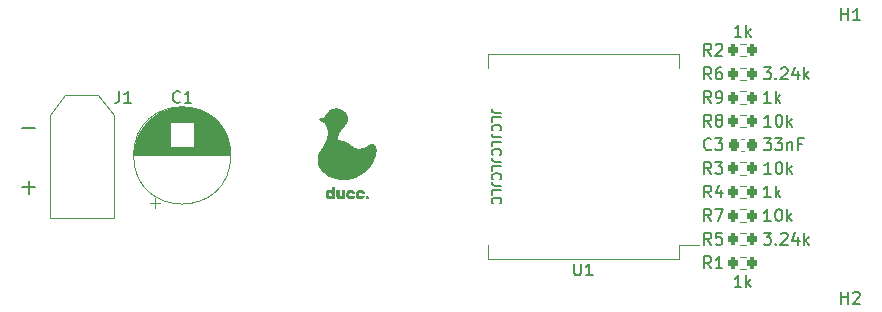
<source format=gto>
G04 #@! TF.GenerationSoftware,KiCad,Pcbnew,7.0.9*
G04 #@! TF.CreationDate,2023-12-19T12:33:16+08:00*
G04 #@! TF.ProjectId,vnh5019,766e6835-3031-4392-9e6b-696361645f70,rev?*
G04 #@! TF.SameCoordinates,Original*
G04 #@! TF.FileFunction,Legend,Top*
G04 #@! TF.FilePolarity,Positive*
%FSLAX46Y46*%
G04 Gerber Fmt 4.6, Leading zero omitted, Abs format (unit mm)*
G04 Created by KiCad (PCBNEW 7.0.9) date 2023-12-19 12:33:16*
%MOMM*%
%LPD*%
G01*
G04 APERTURE LIST*
G04 Aperture macros list*
%AMRoundRect*
0 Rectangle with rounded corners*
0 $1 Rounding radius*
0 $2 $3 $4 $5 $6 $7 $8 $9 X,Y pos of 4 corners*
0 Add a 4 corners polygon primitive as box body*
4,1,4,$2,$3,$4,$5,$6,$7,$8,$9,$2,$3,0*
0 Add four circle primitives for the rounded corners*
1,1,$1+$1,$2,$3*
1,1,$1+$1,$4,$5*
1,1,$1+$1,$6,$7*
1,1,$1+$1,$8,$9*
0 Add four rect primitives between the rounded corners*
20,1,$1+$1,$2,$3,$4,$5,0*
20,1,$1+$1,$4,$5,$6,$7,0*
20,1,$1+$1,$6,$7,$8,$9,0*
20,1,$1+$1,$8,$9,$2,$3,0*%
G04 Aperture macros list end*
%ADD10C,0.250000*%
%ADD11C,0.150000*%
%ADD12C,0.120000*%
%ADD13C,6.400000*%
%ADD14RoundRect,0.200000X-0.200000X-0.275000X0.200000X-0.275000X0.200000X0.275000X-0.200000X0.275000X0*%
%ADD15RoundRect,0.200000X0.200000X0.275000X-0.200000X0.275000X-0.200000X-0.275000X0.200000X-0.275000X0*%
%ADD16R,1.600000X1.600000*%
%ADD17C,1.600000*%
%ADD18R,1.350000X0.660000*%
%ADD19R,5.250000X10.300000*%
%ADD20R,5.250000X6.230000*%
%ADD21RoundRect,0.225000X0.225000X0.250000X-0.225000X0.250000X-0.225000X-0.250000X0.225000X-0.250000X0*%
%ADD22R,3.000000X3.000000*%
%ADD23C,3.000000*%
G04 APERTURE END LIST*
D10*
G36*
X88341608Y-108614805D02*
G01*
X88102739Y-108614805D01*
X88082443Y-108546840D01*
X88075763Y-108554873D01*
X88066644Y-108564613D01*
X88057064Y-108573680D01*
X88047021Y-108582076D01*
X88036517Y-108589800D01*
X88025551Y-108596853D01*
X88014123Y-108603233D01*
X88002233Y-108608943D01*
X87989882Y-108613980D01*
X87977068Y-108618346D01*
X87963793Y-108622040D01*
X87950057Y-108625063D01*
X87935858Y-108627414D01*
X87921198Y-108629093D01*
X87906076Y-108630100D01*
X87890492Y-108630436D01*
X87871295Y-108630027D01*
X87852600Y-108628799D01*
X87834407Y-108626752D01*
X87816715Y-108623887D01*
X87799526Y-108620204D01*
X87782838Y-108615701D01*
X87766652Y-108610380D01*
X87750968Y-108604241D01*
X87735786Y-108597283D01*
X87721106Y-108589506D01*
X87706927Y-108580911D01*
X87693250Y-108571497D01*
X87680076Y-108561265D01*
X87667403Y-108550214D01*
X87655232Y-108538344D01*
X87643562Y-108525656D01*
X87632501Y-108512170D01*
X87622153Y-108497969D01*
X87612519Y-108483052D01*
X87603598Y-108467419D01*
X87595391Y-108451071D01*
X87587898Y-108434008D01*
X87581118Y-108416228D01*
X87575052Y-108397734D01*
X87572287Y-108388218D01*
X87569700Y-108378523D01*
X87567291Y-108368650D01*
X87565061Y-108358598D01*
X87563009Y-108348366D01*
X87561136Y-108337956D01*
X87559441Y-108327367D01*
X87557925Y-108316599D01*
X87556587Y-108305652D01*
X87555427Y-108294527D01*
X87554446Y-108283222D01*
X87553643Y-108271739D01*
X87553018Y-108260076D01*
X87552572Y-108248235D01*
X87552305Y-108236215D01*
X87552216Y-108224016D01*
X87821127Y-108224016D01*
X87821430Y-108238030D01*
X87822338Y-108251405D01*
X87823851Y-108264139D01*
X87825970Y-108276234D01*
X87828694Y-108287690D01*
X87832023Y-108298505D01*
X87835958Y-108308681D01*
X87840498Y-108318217D01*
X87845644Y-108327114D01*
X87851395Y-108335371D01*
X87855565Y-108340520D01*
X87864526Y-108349851D01*
X87874189Y-108357937D01*
X87884554Y-108364780D01*
X87895621Y-108370378D01*
X87907390Y-108374733D01*
X87919862Y-108377843D01*
X87929677Y-108379359D01*
X87939886Y-108380176D01*
X87946912Y-108380331D01*
X87957341Y-108379981D01*
X87967380Y-108378932D01*
X87977028Y-108377182D01*
X87989284Y-108373761D01*
X88000845Y-108369095D01*
X88011712Y-108363186D01*
X88021884Y-108356032D01*
X88031362Y-108347635D01*
X88038015Y-108340520D01*
X88044213Y-108332689D01*
X88049801Y-108324219D01*
X88054780Y-108315110D01*
X88059149Y-108305360D01*
X88062909Y-108294971D01*
X88066059Y-108283942D01*
X88068599Y-108272274D01*
X88070529Y-108259965D01*
X88071850Y-108247017D01*
X88072562Y-108233430D01*
X88072697Y-108224016D01*
X88072392Y-108210004D01*
X88071478Y-108196636D01*
X88069954Y-108183912D01*
X88067820Y-108171832D01*
X88065076Y-108160396D01*
X88061723Y-108149604D01*
X88057761Y-108139456D01*
X88053188Y-108129952D01*
X88048006Y-108121092D01*
X88042214Y-108112876D01*
X88038015Y-108107756D01*
X88031362Y-108100598D01*
X88021884Y-108092149D01*
X88011712Y-108084951D01*
X88000845Y-108079005D01*
X87989284Y-108074311D01*
X87977028Y-108070869D01*
X87967380Y-108069109D01*
X87957341Y-108068053D01*
X87946912Y-108067701D01*
X87936439Y-108068053D01*
X87926361Y-108069109D01*
X87916678Y-108070869D01*
X87904382Y-108074311D01*
X87892788Y-108079005D01*
X87881897Y-108084951D01*
X87871707Y-108092149D01*
X87862220Y-108100598D01*
X87855565Y-108107756D01*
X87849411Y-108115543D01*
X87843862Y-108123974D01*
X87838918Y-108133048D01*
X87834579Y-108142767D01*
X87830846Y-108153130D01*
X87827719Y-108164136D01*
X87825196Y-108175787D01*
X87823279Y-108188082D01*
X87821968Y-108201020D01*
X87821261Y-108214603D01*
X87821127Y-108224016D01*
X87552216Y-108224016D01*
X87552305Y-108211817D01*
X87552572Y-108199798D01*
X87553018Y-108187958D01*
X87553643Y-108176297D01*
X87554446Y-108164816D01*
X87555427Y-108153514D01*
X87556587Y-108142391D01*
X87557925Y-108131448D01*
X87559441Y-108120684D01*
X87561136Y-108110100D01*
X87563009Y-108099694D01*
X87565061Y-108089469D01*
X87567291Y-108079422D01*
X87569700Y-108069555D01*
X87572287Y-108059868D01*
X87575052Y-108050359D01*
X87577996Y-108041030D01*
X87584419Y-108022911D01*
X87591555Y-108005508D01*
X87599405Y-107988823D01*
X87607969Y-107972856D01*
X87617247Y-107957606D01*
X87627238Y-107943074D01*
X87637942Y-107929259D01*
X87643562Y-107922620D01*
X87655232Y-107909902D01*
X87667403Y-107898005D01*
X87680076Y-107886928D01*
X87693250Y-107876672D01*
X87706927Y-107867236D01*
X87721106Y-107858621D01*
X87735786Y-107850826D01*
X87750968Y-107843852D01*
X87766652Y-107837698D01*
X87782838Y-107832365D01*
X87799526Y-107827852D01*
X87816715Y-107824160D01*
X87834407Y-107821288D01*
X87852600Y-107819237D01*
X87871295Y-107818006D01*
X87890492Y-107817596D01*
X87900801Y-107817787D01*
X87911028Y-107818360D01*
X87921174Y-107819315D01*
X87931238Y-107820653D01*
X87941221Y-107822372D01*
X87951122Y-107824474D01*
X87960942Y-107826957D01*
X87970680Y-107829823D01*
X87980336Y-107833071D01*
X87989911Y-107836701D01*
X87996249Y-107839333D01*
X88005590Y-107843517D01*
X88014561Y-107847914D01*
X88025949Y-107854112D01*
X88036681Y-107860691D01*
X88046756Y-107867652D01*
X88056174Y-107874995D01*
X88064937Y-107882719D01*
X88073042Y-107890825D01*
X88073418Y-107891239D01*
X88072697Y-107614386D01*
X88341608Y-107614386D01*
X88341608Y-108614805D01*
G37*
G36*
X88744365Y-108630436D02*
G01*
X88731681Y-108630159D01*
X88719091Y-108629328D01*
X88706596Y-108627944D01*
X88694196Y-108626005D01*
X88681890Y-108623513D01*
X88669678Y-108620467D01*
X88657561Y-108616867D01*
X88645538Y-108612713D01*
X88633610Y-108608006D01*
X88621776Y-108602744D01*
X88613939Y-108598929D01*
X88602446Y-108592675D01*
X88591322Y-108585731D01*
X88580567Y-108578095D01*
X88570182Y-108569768D01*
X88560165Y-108560750D01*
X88550518Y-108551041D01*
X88541240Y-108540640D01*
X88532332Y-108529548D01*
X88523792Y-108517765D01*
X88518304Y-108509526D01*
X88512981Y-108500979D01*
X88510380Y-108496591D01*
X88505411Y-108487589D01*
X88500763Y-108478292D01*
X88496435Y-108468699D01*
X88492428Y-108458810D01*
X88488742Y-108448625D01*
X88485376Y-108438144D01*
X88482330Y-108427368D01*
X88479606Y-108416296D01*
X88477201Y-108404928D01*
X88475118Y-108393265D01*
X88473355Y-108381305D01*
X88471912Y-108369050D01*
X88470790Y-108356500D01*
X88469989Y-108343653D01*
X88469508Y-108330511D01*
X88469347Y-108317072D01*
X88469347Y-107833227D01*
X88738259Y-107833227D01*
X88738259Y-108268957D01*
X88738499Y-108278898D01*
X88739568Y-108291452D01*
X88741491Y-108303204D01*
X88744269Y-108314155D01*
X88747903Y-108324304D01*
X88752391Y-108333652D01*
X88757733Y-108342199D01*
X88763931Y-108349944D01*
X88765614Y-108351755D01*
X88772762Y-108358453D01*
X88782566Y-108365569D01*
X88793336Y-108371290D01*
X88802648Y-108374862D01*
X88812578Y-108377541D01*
X88823126Y-108379327D01*
X88834293Y-108380220D01*
X88840108Y-108380331D01*
X88851572Y-108379885D01*
X88862395Y-108378545D01*
X88872577Y-108376313D01*
X88882118Y-108373187D01*
X88893142Y-108368025D01*
X88903165Y-108361466D01*
X88912185Y-108353513D01*
X88913869Y-108351755D01*
X88920166Y-108344210D01*
X88925624Y-108335864D01*
X88930241Y-108326716D01*
X88934019Y-108316767D01*
X88936958Y-108306017D01*
X88939057Y-108294465D01*
X88940316Y-108282111D01*
X88940710Y-108272320D01*
X88940736Y-108268957D01*
X88940736Y-107833227D01*
X89209403Y-107833227D01*
X89209403Y-108614805D01*
X88970778Y-108614805D01*
X88949529Y-108544463D01*
X88951971Y-108544463D01*
X88941744Y-108554873D01*
X88931150Y-108564613D01*
X88920189Y-108573680D01*
X88908862Y-108582076D01*
X88897169Y-108589800D01*
X88885110Y-108596853D01*
X88872684Y-108603233D01*
X88859892Y-108608943D01*
X88846733Y-108613980D01*
X88833208Y-108618346D01*
X88819317Y-108622040D01*
X88805059Y-108625063D01*
X88790435Y-108627414D01*
X88775445Y-108629093D01*
X88760088Y-108630100D01*
X88744365Y-108630436D01*
G37*
G36*
X89696668Y-108630436D02*
G01*
X89684922Y-108630333D01*
X89673344Y-108630024D01*
X89661936Y-108629509D01*
X89650697Y-108628787D01*
X89639626Y-108627860D01*
X89628724Y-108626727D01*
X89617991Y-108625387D01*
X89607427Y-108623841D01*
X89597032Y-108622090D01*
X89586806Y-108620132D01*
X89576749Y-108617968D01*
X89566860Y-108615598D01*
X89557141Y-108613022D01*
X89547590Y-108610240D01*
X89538208Y-108607252D01*
X89519951Y-108600657D01*
X89502369Y-108593239D01*
X89485463Y-108584995D01*
X89469232Y-108575928D01*
X89453677Y-108566036D01*
X89438797Y-108555320D01*
X89424593Y-108543779D01*
X89411064Y-108531415D01*
X89404553Y-108524923D01*
X89392131Y-108511383D01*
X89380511Y-108497141D01*
X89369691Y-108482196D01*
X89359674Y-108466549D01*
X89350457Y-108450200D01*
X89342042Y-108433149D01*
X89334429Y-108415395D01*
X89330923Y-108406255D01*
X89327617Y-108396940D01*
X89324511Y-108387449D01*
X89321606Y-108377782D01*
X89318901Y-108367940D01*
X89316397Y-108357922D01*
X89314093Y-108347729D01*
X89311989Y-108337360D01*
X89310086Y-108326815D01*
X89308383Y-108316095D01*
X89306880Y-108305200D01*
X89305578Y-108294129D01*
X89304476Y-108282882D01*
X89303574Y-108271460D01*
X89302873Y-108259862D01*
X89302372Y-108248089D01*
X89302071Y-108236140D01*
X89301971Y-108224016D01*
X89302071Y-108211892D01*
X89302372Y-108199943D01*
X89302873Y-108188169D01*
X89303574Y-108176572D01*
X89304476Y-108165150D01*
X89305578Y-108153903D01*
X89306880Y-108142832D01*
X89308383Y-108131936D01*
X89310086Y-108121216D01*
X89311989Y-108110672D01*
X89314093Y-108100303D01*
X89316397Y-108090110D01*
X89318901Y-108080092D01*
X89321606Y-108070250D01*
X89324511Y-108060583D01*
X89327617Y-108051092D01*
X89330923Y-108041776D01*
X89334429Y-108032636D01*
X89342042Y-108014883D01*
X89350457Y-107997832D01*
X89359674Y-107981483D01*
X89369691Y-107965836D01*
X89380511Y-107950891D01*
X89392131Y-107936649D01*
X89404553Y-107923109D01*
X89417744Y-107910332D01*
X89431611Y-107898379D01*
X89446153Y-107887251D01*
X89461370Y-107876947D01*
X89477263Y-107867467D01*
X89493832Y-107858812D01*
X89511076Y-107850981D01*
X89528995Y-107843974D01*
X89547590Y-107837792D01*
X89557141Y-107835010D01*
X89566860Y-107832434D01*
X89576749Y-107830064D01*
X89586806Y-107827900D01*
X89597032Y-107825942D01*
X89607427Y-107824190D01*
X89617991Y-107822645D01*
X89628724Y-107821305D01*
X89639626Y-107820172D01*
X89650697Y-107819244D01*
X89661936Y-107818523D01*
X89673344Y-107818008D01*
X89684922Y-107817699D01*
X89696668Y-107817596D01*
X89711568Y-107817782D01*
X89726168Y-107818340D01*
X89740465Y-107819270D01*
X89754462Y-107820573D01*
X89768156Y-107822247D01*
X89781550Y-107824293D01*
X89794642Y-107826712D01*
X89807432Y-107829503D01*
X89819921Y-107832665D01*
X89832108Y-107836200D01*
X89843994Y-107840107D01*
X89855578Y-107844386D01*
X89866861Y-107849037D01*
X89877842Y-107854061D01*
X89888522Y-107859456D01*
X89898901Y-107865223D01*
X89908975Y-107871273D01*
X89918742Y-107877515D01*
X89928201Y-107883951D01*
X89937354Y-107890579D01*
X89946199Y-107897399D01*
X89954737Y-107904413D01*
X89962968Y-107911619D01*
X89970891Y-107919018D01*
X89978508Y-107926609D01*
X89985817Y-107934394D01*
X89992819Y-107942371D01*
X89999514Y-107950540D01*
X90005901Y-107958903D01*
X90011981Y-107967458D01*
X90017755Y-107976206D01*
X90023220Y-107985146D01*
X90028416Y-107994246D01*
X90033379Y-108003472D01*
X90038110Y-108012824D01*
X90042607Y-108022302D01*
X90046872Y-108031906D01*
X90050904Y-108041635D01*
X90054703Y-108051491D01*
X90058269Y-108061472D01*
X90061603Y-108071580D01*
X90064704Y-108081813D01*
X90067571Y-108092173D01*
X90070207Y-108102658D01*
X90072609Y-108113269D01*
X90074779Y-108124006D01*
X90076715Y-108134869D01*
X90078419Y-108145858D01*
X89810973Y-108145858D01*
X89806306Y-108135898D01*
X89801341Y-108126655D01*
X89796078Y-108118129D01*
X89789081Y-108108481D01*
X89781619Y-108099954D01*
X89773692Y-108092548D01*
X89765300Y-108086263D01*
X89756174Y-108080915D01*
X89746047Y-108076474D01*
X89734917Y-108072939D01*
X89725293Y-108070764D01*
X89715027Y-108069169D01*
X89704120Y-108068154D01*
X89692572Y-108067719D01*
X89689585Y-108067701D01*
X89677037Y-108068326D01*
X89665038Y-108070204D01*
X89653589Y-108073333D01*
X89642690Y-108077714D01*
X89632340Y-108083347D01*
X89622540Y-108090232D01*
X89613289Y-108098368D01*
X89604588Y-108107756D01*
X89598565Y-108115543D01*
X89593134Y-108123974D01*
X89588295Y-108133048D01*
X89584049Y-108142767D01*
X89580395Y-108153130D01*
X89577334Y-108164136D01*
X89574865Y-108175787D01*
X89572989Y-108188082D01*
X89571706Y-108201020D01*
X89571014Y-108214603D01*
X89570883Y-108224016D01*
X89571179Y-108238030D01*
X89572068Y-108251405D01*
X89573549Y-108264139D01*
X89575622Y-108276234D01*
X89578289Y-108287690D01*
X89581547Y-108298505D01*
X89585398Y-108308681D01*
X89589842Y-108318217D01*
X89594878Y-108327114D01*
X89600507Y-108335371D01*
X89604588Y-108340520D01*
X89613289Y-108349851D01*
X89622540Y-108357937D01*
X89632340Y-108364780D01*
X89642690Y-108370378D01*
X89653589Y-108374733D01*
X89665038Y-108377843D01*
X89677037Y-108379709D01*
X89689585Y-108380331D01*
X89701293Y-108380045D01*
X89712360Y-108379186D01*
X89722786Y-108377755D01*
X89732571Y-108375752D01*
X89743901Y-108372442D01*
X89754229Y-108368238D01*
X89763555Y-108363140D01*
X89765300Y-108362013D01*
X89773692Y-108355658D01*
X89781619Y-108348193D01*
X89789081Y-108339620D01*
X89796078Y-108329937D01*
X89801341Y-108321393D01*
X89806306Y-108312138D01*
X89810973Y-108302174D01*
X90078419Y-108302174D01*
X90076715Y-108313163D01*
X90074779Y-108324026D01*
X90072609Y-108334763D01*
X90070207Y-108345374D01*
X90067571Y-108355859D01*
X90064704Y-108366219D01*
X90061603Y-108376452D01*
X90058269Y-108386560D01*
X90054703Y-108396541D01*
X90050904Y-108406397D01*
X90046872Y-108416126D01*
X90042607Y-108425730D01*
X90038110Y-108435208D01*
X90033379Y-108444560D01*
X90028416Y-108453785D01*
X90023220Y-108462885D01*
X90017755Y-108471826D01*
X90011981Y-108480574D01*
X90005901Y-108489129D01*
X89999514Y-108497492D01*
X89992819Y-108505661D01*
X89985817Y-108513638D01*
X89978508Y-108521423D01*
X89970891Y-108529014D01*
X89962968Y-108536413D01*
X89954737Y-108543619D01*
X89946199Y-108550633D01*
X89937354Y-108557453D01*
X89928201Y-108564081D01*
X89918742Y-108570516D01*
X89908975Y-108576759D01*
X89898901Y-108582809D01*
X89888522Y-108588576D01*
X89877842Y-108593971D01*
X89866861Y-108598995D01*
X89855578Y-108603646D01*
X89843994Y-108607925D01*
X89832108Y-108611832D01*
X89819921Y-108615366D01*
X89807432Y-108618529D01*
X89794642Y-108621320D01*
X89781550Y-108623738D01*
X89768156Y-108625785D01*
X89754462Y-108627459D01*
X89740465Y-108628762D01*
X89726168Y-108629692D01*
X89711568Y-108630250D01*
X89696668Y-108630436D01*
G37*
G36*
X90508531Y-108630436D02*
G01*
X90496785Y-108630333D01*
X90485208Y-108630024D01*
X90473799Y-108629509D01*
X90462560Y-108628787D01*
X90451489Y-108627860D01*
X90440588Y-108626727D01*
X90429855Y-108625387D01*
X90419291Y-108623841D01*
X90408896Y-108622090D01*
X90398669Y-108620132D01*
X90388612Y-108617968D01*
X90378723Y-108615598D01*
X90369004Y-108613022D01*
X90359453Y-108610240D01*
X90350071Y-108607252D01*
X90331814Y-108600657D01*
X90314232Y-108593239D01*
X90297326Y-108584995D01*
X90281096Y-108575928D01*
X90265540Y-108566036D01*
X90250661Y-108555320D01*
X90236456Y-108543779D01*
X90222928Y-108531415D01*
X90216416Y-108524923D01*
X90203994Y-108511383D01*
X90192374Y-108497141D01*
X90181555Y-108482196D01*
X90171537Y-108466549D01*
X90162321Y-108450200D01*
X90153906Y-108433149D01*
X90146292Y-108415395D01*
X90142786Y-108406255D01*
X90139480Y-108396940D01*
X90136374Y-108387449D01*
X90133469Y-108377782D01*
X90130765Y-108367940D01*
X90128260Y-108357922D01*
X90125956Y-108347729D01*
X90123852Y-108337360D01*
X90121949Y-108326815D01*
X90120246Y-108316095D01*
X90118743Y-108305200D01*
X90117441Y-108294129D01*
X90116339Y-108282882D01*
X90115437Y-108271460D01*
X90114736Y-108259862D01*
X90114235Y-108248089D01*
X90113935Y-108236140D01*
X90113834Y-108224016D01*
X90113935Y-108211892D01*
X90114235Y-108199943D01*
X90114736Y-108188169D01*
X90115437Y-108176572D01*
X90116339Y-108165150D01*
X90117441Y-108153903D01*
X90118743Y-108142832D01*
X90120246Y-108131936D01*
X90121949Y-108121216D01*
X90123852Y-108110672D01*
X90125956Y-108100303D01*
X90128260Y-108090110D01*
X90130765Y-108080092D01*
X90133469Y-108070250D01*
X90136374Y-108060583D01*
X90139480Y-108051092D01*
X90142786Y-108041776D01*
X90146292Y-108032636D01*
X90153906Y-108014883D01*
X90162321Y-107997832D01*
X90171537Y-107981483D01*
X90181555Y-107965836D01*
X90192374Y-107950891D01*
X90203994Y-107936649D01*
X90216416Y-107923109D01*
X90229608Y-107910332D01*
X90243474Y-107898379D01*
X90258016Y-107887251D01*
X90273233Y-107876947D01*
X90289126Y-107867467D01*
X90305695Y-107858812D01*
X90322939Y-107850981D01*
X90340858Y-107843974D01*
X90359453Y-107837792D01*
X90369004Y-107835010D01*
X90378723Y-107832434D01*
X90388612Y-107830064D01*
X90398669Y-107827900D01*
X90408896Y-107825942D01*
X90419291Y-107824190D01*
X90429855Y-107822645D01*
X90440588Y-107821305D01*
X90451489Y-107820172D01*
X90462560Y-107819244D01*
X90473799Y-107818523D01*
X90485208Y-107818008D01*
X90496785Y-107817699D01*
X90508531Y-107817596D01*
X90523432Y-107817782D01*
X90538031Y-107818340D01*
X90552329Y-107819270D01*
X90566325Y-107820573D01*
X90580020Y-107822247D01*
X90593413Y-107824293D01*
X90606505Y-107826712D01*
X90619295Y-107829503D01*
X90631784Y-107832665D01*
X90643971Y-107836200D01*
X90655857Y-107840107D01*
X90667441Y-107844386D01*
X90678724Y-107849037D01*
X90689706Y-107854061D01*
X90700386Y-107859456D01*
X90710764Y-107865223D01*
X90720838Y-107871273D01*
X90730605Y-107877515D01*
X90740065Y-107883951D01*
X90749217Y-107890579D01*
X90758062Y-107897399D01*
X90766600Y-107904413D01*
X90774831Y-107911619D01*
X90782755Y-107919018D01*
X90790371Y-107926609D01*
X90797680Y-107934394D01*
X90804682Y-107942371D01*
X90811377Y-107950540D01*
X90817764Y-107958903D01*
X90823845Y-107967458D01*
X90829618Y-107976206D01*
X90835084Y-107985146D01*
X90840280Y-107994246D01*
X90845243Y-108003472D01*
X90849973Y-108012824D01*
X90854470Y-108022302D01*
X90858735Y-108031906D01*
X90862767Y-108041635D01*
X90866566Y-108051491D01*
X90870132Y-108061472D01*
X90873466Y-108071580D01*
X90876567Y-108081813D01*
X90879435Y-108092173D01*
X90882070Y-108102658D01*
X90884472Y-108113269D01*
X90886642Y-108124006D01*
X90888579Y-108134869D01*
X90890283Y-108145858D01*
X90622837Y-108145858D01*
X90618169Y-108135898D01*
X90613204Y-108126655D01*
X90607942Y-108118129D01*
X90600945Y-108108481D01*
X90593483Y-108099954D01*
X90585555Y-108092548D01*
X90577163Y-108086263D01*
X90568037Y-108080915D01*
X90557910Y-108076474D01*
X90546781Y-108072939D01*
X90537156Y-108070764D01*
X90526890Y-108069169D01*
X90515983Y-108068154D01*
X90504435Y-108067719D01*
X90501448Y-108067701D01*
X90488900Y-108068326D01*
X90476901Y-108070204D01*
X90465453Y-108073333D01*
X90454553Y-108077714D01*
X90444203Y-108083347D01*
X90434403Y-108090232D01*
X90425153Y-108098368D01*
X90416451Y-108107756D01*
X90410428Y-108115543D01*
X90404997Y-108123974D01*
X90400158Y-108133048D01*
X90395912Y-108142767D01*
X90392258Y-108153130D01*
X90389197Y-108164136D01*
X90386729Y-108175787D01*
X90384852Y-108188082D01*
X90383569Y-108201020D01*
X90382878Y-108214603D01*
X90382746Y-108224016D01*
X90383042Y-108238030D01*
X90383931Y-108251405D01*
X90385412Y-108264139D01*
X90387486Y-108276234D01*
X90390152Y-108287690D01*
X90393411Y-108298505D01*
X90397262Y-108308681D01*
X90401705Y-108318217D01*
X90406741Y-108327114D01*
X90412370Y-108335371D01*
X90416451Y-108340520D01*
X90425153Y-108349851D01*
X90434403Y-108357937D01*
X90444203Y-108364780D01*
X90454553Y-108370378D01*
X90465453Y-108374733D01*
X90476901Y-108377843D01*
X90488900Y-108379709D01*
X90501448Y-108380331D01*
X90513156Y-108380045D01*
X90524224Y-108379186D01*
X90534650Y-108377755D01*
X90544435Y-108375752D01*
X90555764Y-108372442D01*
X90566092Y-108368238D01*
X90575418Y-108363140D01*
X90577163Y-108362013D01*
X90585555Y-108355658D01*
X90593483Y-108348193D01*
X90600945Y-108339620D01*
X90607942Y-108329937D01*
X90613204Y-108321393D01*
X90618169Y-108312138D01*
X90622837Y-108302174D01*
X90890283Y-108302174D01*
X90888579Y-108313163D01*
X90886642Y-108324026D01*
X90884472Y-108334763D01*
X90882070Y-108345374D01*
X90879435Y-108355859D01*
X90876567Y-108366219D01*
X90873466Y-108376452D01*
X90870132Y-108386560D01*
X90866566Y-108396541D01*
X90862767Y-108406397D01*
X90858735Y-108416126D01*
X90854470Y-108425730D01*
X90849973Y-108435208D01*
X90845243Y-108444560D01*
X90840280Y-108453785D01*
X90835084Y-108462885D01*
X90829618Y-108471826D01*
X90823845Y-108480574D01*
X90817764Y-108489129D01*
X90811377Y-108497492D01*
X90804682Y-108505661D01*
X90797680Y-108513638D01*
X90790371Y-108521423D01*
X90782755Y-108529014D01*
X90774831Y-108536413D01*
X90766600Y-108543619D01*
X90758062Y-108550633D01*
X90749217Y-108557453D01*
X90740065Y-108564081D01*
X90730605Y-108570516D01*
X90720838Y-108576759D01*
X90710764Y-108582809D01*
X90700386Y-108588576D01*
X90689706Y-108593971D01*
X90678724Y-108598995D01*
X90667441Y-108603646D01*
X90655857Y-108607925D01*
X90643971Y-108611832D01*
X90631784Y-108615366D01*
X90619295Y-108618529D01*
X90606505Y-108621320D01*
X90593413Y-108623738D01*
X90580020Y-108625785D01*
X90566325Y-108627459D01*
X90552329Y-108628762D01*
X90538031Y-108629692D01*
X90523432Y-108630250D01*
X90508531Y-108630436D01*
G37*
G36*
X91080548Y-108630436D02*
G01*
X91070303Y-108630086D01*
X91060269Y-108629036D01*
X91050445Y-108627287D01*
X91040832Y-108624838D01*
X91031428Y-108621688D01*
X91022236Y-108617839D01*
X91013253Y-108613291D01*
X91004481Y-108608042D01*
X90995920Y-108602094D01*
X90987568Y-108595445D01*
X90982118Y-108590624D01*
X90974436Y-108582932D01*
X90967509Y-108574874D01*
X90961338Y-108566451D01*
X90955923Y-108557663D01*
X90951263Y-108548510D01*
X90947359Y-108538993D01*
X90944211Y-108529110D01*
X90941818Y-108518863D01*
X90940181Y-108508250D01*
X90939299Y-108497273D01*
X90939131Y-108489752D01*
X90939509Y-108478534D01*
X90940642Y-108467684D01*
X90942531Y-108457204D01*
X90945176Y-108447094D01*
X90948576Y-108437352D01*
X90952732Y-108427980D01*
X90957644Y-108418977D01*
X90963311Y-108410343D01*
X90969734Y-108402078D01*
X90976912Y-108394183D01*
X90982118Y-108389124D01*
X90990329Y-108381966D01*
X90998750Y-108375511D01*
X91007382Y-108369761D01*
X91016224Y-108364715D01*
X91025277Y-108360373D01*
X91034539Y-108356735D01*
X91044013Y-108353801D01*
X91053696Y-108351572D01*
X91063590Y-108350046D01*
X91073695Y-108349225D01*
X91080548Y-108349068D01*
X91090790Y-108349420D01*
X91100818Y-108350476D01*
X91110631Y-108352237D01*
X91120230Y-108354701D01*
X91129613Y-108357870D01*
X91138782Y-108361742D01*
X91147737Y-108366319D01*
X91156477Y-108371600D01*
X91165002Y-108377585D01*
X91173312Y-108384274D01*
X91178733Y-108389124D01*
X91186459Y-108396773D01*
X91193425Y-108404792D01*
X91199631Y-108413180D01*
X91205077Y-108421937D01*
X91209763Y-108431063D01*
X91213690Y-108440558D01*
X91216856Y-108450423D01*
X91219262Y-108460657D01*
X91220909Y-108471260D01*
X91221795Y-108482232D01*
X91221964Y-108489752D01*
X91221584Y-108500973D01*
X91220444Y-108511828D01*
X91218545Y-108522319D01*
X91215885Y-108532445D01*
X91212465Y-108542206D01*
X91208286Y-108551602D01*
X91203346Y-108560633D01*
X91197647Y-108569299D01*
X91191188Y-108577600D01*
X91183968Y-108585536D01*
X91178733Y-108590624D01*
X91170566Y-108597739D01*
X91162184Y-108604154D01*
X91153587Y-108609869D01*
X91144776Y-108614885D01*
X91135750Y-108619200D01*
X91126509Y-108622816D01*
X91117054Y-108625732D01*
X91107384Y-108627948D01*
X91097499Y-108629464D01*
X91087400Y-108630281D01*
X91080548Y-108630436D01*
G37*
D11*
X102437704Y-101304761D02*
X101866276Y-101304761D01*
X101866276Y-101304761D02*
X101751990Y-101266666D01*
X101751990Y-101266666D02*
X101675800Y-101190475D01*
X101675800Y-101190475D02*
X101637704Y-101076190D01*
X101637704Y-101076190D02*
X101637704Y-100999999D01*
X101637704Y-102066666D02*
X101637704Y-101685714D01*
X101637704Y-101685714D02*
X102437704Y-101685714D01*
X101713895Y-102790476D02*
X101675800Y-102752380D01*
X101675800Y-102752380D02*
X101637704Y-102638095D01*
X101637704Y-102638095D02*
X101637704Y-102561904D01*
X101637704Y-102561904D02*
X101675800Y-102447618D01*
X101675800Y-102447618D02*
X101751990Y-102371428D01*
X101751990Y-102371428D02*
X101828180Y-102333333D01*
X101828180Y-102333333D02*
X101980561Y-102295237D01*
X101980561Y-102295237D02*
X102094847Y-102295237D01*
X102094847Y-102295237D02*
X102247228Y-102333333D01*
X102247228Y-102333333D02*
X102323419Y-102371428D01*
X102323419Y-102371428D02*
X102399609Y-102447618D01*
X102399609Y-102447618D02*
X102437704Y-102561904D01*
X102437704Y-102561904D02*
X102437704Y-102638095D01*
X102437704Y-102638095D02*
X102399609Y-102752380D01*
X102399609Y-102752380D02*
X102361514Y-102790476D01*
X102437704Y-103361904D02*
X101866276Y-103361904D01*
X101866276Y-103361904D02*
X101751990Y-103323809D01*
X101751990Y-103323809D02*
X101675800Y-103247618D01*
X101675800Y-103247618D02*
X101637704Y-103133333D01*
X101637704Y-103133333D02*
X101637704Y-103057142D01*
X101637704Y-104123809D02*
X101637704Y-103742857D01*
X101637704Y-103742857D02*
X102437704Y-103742857D01*
X101713895Y-104847619D02*
X101675800Y-104809523D01*
X101675800Y-104809523D02*
X101637704Y-104695238D01*
X101637704Y-104695238D02*
X101637704Y-104619047D01*
X101637704Y-104619047D02*
X101675800Y-104504761D01*
X101675800Y-104504761D02*
X101751990Y-104428571D01*
X101751990Y-104428571D02*
X101828180Y-104390476D01*
X101828180Y-104390476D02*
X101980561Y-104352380D01*
X101980561Y-104352380D02*
X102094847Y-104352380D01*
X102094847Y-104352380D02*
X102247228Y-104390476D01*
X102247228Y-104390476D02*
X102323419Y-104428571D01*
X102323419Y-104428571D02*
X102399609Y-104504761D01*
X102399609Y-104504761D02*
X102437704Y-104619047D01*
X102437704Y-104619047D02*
X102437704Y-104695238D01*
X102437704Y-104695238D02*
X102399609Y-104809523D01*
X102399609Y-104809523D02*
X102361514Y-104847619D01*
X102437704Y-105419047D02*
X101866276Y-105419047D01*
X101866276Y-105419047D02*
X101751990Y-105380952D01*
X101751990Y-105380952D02*
X101675800Y-105304761D01*
X101675800Y-105304761D02*
X101637704Y-105190476D01*
X101637704Y-105190476D02*
X101637704Y-105114285D01*
X101637704Y-106180952D02*
X101637704Y-105800000D01*
X101637704Y-105800000D02*
X102437704Y-105800000D01*
X101713895Y-106904762D02*
X101675800Y-106866666D01*
X101675800Y-106866666D02*
X101637704Y-106752381D01*
X101637704Y-106752381D02*
X101637704Y-106676190D01*
X101637704Y-106676190D02*
X101675800Y-106561904D01*
X101675800Y-106561904D02*
X101751990Y-106485714D01*
X101751990Y-106485714D02*
X101828180Y-106447619D01*
X101828180Y-106447619D02*
X101980561Y-106409523D01*
X101980561Y-106409523D02*
X102094847Y-106409523D01*
X102094847Y-106409523D02*
X102247228Y-106447619D01*
X102247228Y-106447619D02*
X102323419Y-106485714D01*
X102323419Y-106485714D02*
X102399609Y-106561904D01*
X102399609Y-106561904D02*
X102437704Y-106676190D01*
X102437704Y-106676190D02*
X102437704Y-106752381D01*
X102437704Y-106752381D02*
X102399609Y-106866666D01*
X102399609Y-106866666D02*
X102361514Y-106904762D01*
X102437704Y-107476190D02*
X101866276Y-107476190D01*
X101866276Y-107476190D02*
X101751990Y-107438095D01*
X101751990Y-107438095D02*
X101675800Y-107361904D01*
X101675800Y-107361904D02*
X101637704Y-107247619D01*
X101637704Y-107247619D02*
X101637704Y-107171428D01*
X101637704Y-108238095D02*
X101637704Y-107857143D01*
X101637704Y-107857143D02*
X102437704Y-107857143D01*
X101713895Y-108961905D02*
X101675800Y-108923809D01*
X101675800Y-108923809D02*
X101637704Y-108809524D01*
X101637704Y-108809524D02*
X101637704Y-108733333D01*
X101637704Y-108733333D02*
X101675800Y-108619047D01*
X101675800Y-108619047D02*
X101751990Y-108542857D01*
X101751990Y-108542857D02*
X101828180Y-108504762D01*
X101828180Y-108504762D02*
X101980561Y-108466666D01*
X101980561Y-108466666D02*
X102094847Y-108466666D01*
X102094847Y-108466666D02*
X102247228Y-108504762D01*
X102247228Y-108504762D02*
X102323419Y-108542857D01*
X102323419Y-108542857D02*
X102399609Y-108619047D01*
X102399609Y-108619047D02*
X102437704Y-108733333D01*
X102437704Y-108733333D02*
X102437704Y-108809524D01*
X102437704Y-108809524D02*
X102399609Y-108923809D01*
X102399609Y-108923809D02*
X102361514Y-108961905D01*
X131238095Y-93454819D02*
X131238095Y-92454819D01*
X131238095Y-92931009D02*
X131809523Y-92931009D01*
X131809523Y-93454819D02*
X131809523Y-92454819D01*
X132809523Y-93454819D02*
X132238095Y-93454819D01*
X132523809Y-93454819D02*
X132523809Y-92454819D01*
X132523809Y-92454819D02*
X132428571Y-92597676D01*
X132428571Y-92597676D02*
X132333333Y-92692914D01*
X132333333Y-92692914D02*
X132238095Y-92740533D01*
X120208333Y-106454819D02*
X119875000Y-105978628D01*
X119636905Y-106454819D02*
X119636905Y-105454819D01*
X119636905Y-105454819D02*
X120017857Y-105454819D01*
X120017857Y-105454819D02*
X120113095Y-105502438D01*
X120113095Y-105502438D02*
X120160714Y-105550057D01*
X120160714Y-105550057D02*
X120208333Y-105645295D01*
X120208333Y-105645295D02*
X120208333Y-105788152D01*
X120208333Y-105788152D02*
X120160714Y-105883390D01*
X120160714Y-105883390D02*
X120113095Y-105931009D01*
X120113095Y-105931009D02*
X120017857Y-105978628D01*
X120017857Y-105978628D02*
X119636905Y-105978628D01*
X120541667Y-105454819D02*
X121160714Y-105454819D01*
X121160714Y-105454819D02*
X120827381Y-105835771D01*
X120827381Y-105835771D02*
X120970238Y-105835771D01*
X120970238Y-105835771D02*
X121065476Y-105883390D01*
X121065476Y-105883390D02*
X121113095Y-105931009D01*
X121113095Y-105931009D02*
X121160714Y-106026247D01*
X121160714Y-106026247D02*
X121160714Y-106264342D01*
X121160714Y-106264342D02*
X121113095Y-106359580D01*
X121113095Y-106359580D02*
X121065476Y-106407200D01*
X121065476Y-106407200D02*
X120970238Y-106454819D01*
X120970238Y-106454819D02*
X120684524Y-106454819D01*
X120684524Y-106454819D02*
X120589286Y-106407200D01*
X120589286Y-106407200D02*
X120541667Y-106359580D01*
X125279761Y-106454819D02*
X124708333Y-106454819D01*
X124994047Y-106454819D02*
X124994047Y-105454819D01*
X124994047Y-105454819D02*
X124898809Y-105597676D01*
X124898809Y-105597676D02*
X124803571Y-105692914D01*
X124803571Y-105692914D02*
X124708333Y-105740533D01*
X125898809Y-105454819D02*
X125994047Y-105454819D01*
X125994047Y-105454819D02*
X126089285Y-105502438D01*
X126089285Y-105502438D02*
X126136904Y-105550057D01*
X126136904Y-105550057D02*
X126184523Y-105645295D01*
X126184523Y-105645295D02*
X126232142Y-105835771D01*
X126232142Y-105835771D02*
X126232142Y-106073866D01*
X126232142Y-106073866D02*
X126184523Y-106264342D01*
X126184523Y-106264342D02*
X126136904Y-106359580D01*
X126136904Y-106359580D02*
X126089285Y-106407200D01*
X126089285Y-106407200D02*
X125994047Y-106454819D01*
X125994047Y-106454819D02*
X125898809Y-106454819D01*
X125898809Y-106454819D02*
X125803571Y-106407200D01*
X125803571Y-106407200D02*
X125755952Y-106359580D01*
X125755952Y-106359580D02*
X125708333Y-106264342D01*
X125708333Y-106264342D02*
X125660714Y-106073866D01*
X125660714Y-106073866D02*
X125660714Y-105835771D01*
X125660714Y-105835771D02*
X125708333Y-105645295D01*
X125708333Y-105645295D02*
X125755952Y-105550057D01*
X125755952Y-105550057D02*
X125803571Y-105502438D01*
X125803571Y-105502438D02*
X125898809Y-105454819D01*
X126660714Y-106454819D02*
X126660714Y-105454819D01*
X126755952Y-106073866D02*
X127041666Y-106454819D01*
X127041666Y-105788152D02*
X126660714Y-106169104D01*
X131238095Y-117454819D02*
X131238095Y-116454819D01*
X131238095Y-116931009D02*
X131809523Y-116931009D01*
X131809523Y-117454819D02*
X131809523Y-116454819D01*
X132238095Y-116550057D02*
X132285714Y-116502438D01*
X132285714Y-116502438D02*
X132380952Y-116454819D01*
X132380952Y-116454819D02*
X132619047Y-116454819D01*
X132619047Y-116454819D02*
X132714285Y-116502438D01*
X132714285Y-116502438D02*
X132761904Y-116550057D01*
X132761904Y-116550057D02*
X132809523Y-116645295D01*
X132809523Y-116645295D02*
X132809523Y-116740533D01*
X132809523Y-116740533D02*
X132761904Y-116883390D01*
X132761904Y-116883390D02*
X132190476Y-117454819D01*
X132190476Y-117454819D02*
X132809523Y-117454819D01*
X120208333Y-108454819D02*
X119875000Y-107978628D01*
X119636905Y-108454819D02*
X119636905Y-107454819D01*
X119636905Y-107454819D02*
X120017857Y-107454819D01*
X120017857Y-107454819D02*
X120113095Y-107502438D01*
X120113095Y-107502438D02*
X120160714Y-107550057D01*
X120160714Y-107550057D02*
X120208333Y-107645295D01*
X120208333Y-107645295D02*
X120208333Y-107788152D01*
X120208333Y-107788152D02*
X120160714Y-107883390D01*
X120160714Y-107883390D02*
X120113095Y-107931009D01*
X120113095Y-107931009D02*
X120017857Y-107978628D01*
X120017857Y-107978628D02*
X119636905Y-107978628D01*
X121065476Y-107788152D02*
X121065476Y-108454819D01*
X120827381Y-107407200D02*
X120589286Y-108121485D01*
X120589286Y-108121485D02*
X121208333Y-108121485D01*
X125255952Y-108454819D02*
X124684524Y-108454819D01*
X124970238Y-108454819D02*
X124970238Y-107454819D01*
X124970238Y-107454819D02*
X124875000Y-107597676D01*
X124875000Y-107597676D02*
X124779762Y-107692914D01*
X124779762Y-107692914D02*
X124684524Y-107740533D01*
X125684524Y-108454819D02*
X125684524Y-107454819D01*
X125779762Y-108073866D02*
X126065476Y-108454819D01*
X126065476Y-107788152D02*
X125684524Y-108169104D01*
X120208333Y-102454819D02*
X119875000Y-101978628D01*
X119636905Y-102454819D02*
X119636905Y-101454819D01*
X119636905Y-101454819D02*
X120017857Y-101454819D01*
X120017857Y-101454819D02*
X120113095Y-101502438D01*
X120113095Y-101502438D02*
X120160714Y-101550057D01*
X120160714Y-101550057D02*
X120208333Y-101645295D01*
X120208333Y-101645295D02*
X120208333Y-101788152D01*
X120208333Y-101788152D02*
X120160714Y-101883390D01*
X120160714Y-101883390D02*
X120113095Y-101931009D01*
X120113095Y-101931009D02*
X120017857Y-101978628D01*
X120017857Y-101978628D02*
X119636905Y-101978628D01*
X120779762Y-101883390D02*
X120684524Y-101835771D01*
X120684524Y-101835771D02*
X120636905Y-101788152D01*
X120636905Y-101788152D02*
X120589286Y-101692914D01*
X120589286Y-101692914D02*
X120589286Y-101645295D01*
X120589286Y-101645295D02*
X120636905Y-101550057D01*
X120636905Y-101550057D02*
X120684524Y-101502438D01*
X120684524Y-101502438D02*
X120779762Y-101454819D01*
X120779762Y-101454819D02*
X120970238Y-101454819D01*
X120970238Y-101454819D02*
X121065476Y-101502438D01*
X121065476Y-101502438D02*
X121113095Y-101550057D01*
X121113095Y-101550057D02*
X121160714Y-101645295D01*
X121160714Y-101645295D02*
X121160714Y-101692914D01*
X121160714Y-101692914D02*
X121113095Y-101788152D01*
X121113095Y-101788152D02*
X121065476Y-101835771D01*
X121065476Y-101835771D02*
X120970238Y-101883390D01*
X120970238Y-101883390D02*
X120779762Y-101883390D01*
X120779762Y-101883390D02*
X120684524Y-101931009D01*
X120684524Y-101931009D02*
X120636905Y-101978628D01*
X120636905Y-101978628D02*
X120589286Y-102073866D01*
X120589286Y-102073866D02*
X120589286Y-102264342D01*
X120589286Y-102264342D02*
X120636905Y-102359580D01*
X120636905Y-102359580D02*
X120684524Y-102407200D01*
X120684524Y-102407200D02*
X120779762Y-102454819D01*
X120779762Y-102454819D02*
X120970238Y-102454819D01*
X120970238Y-102454819D02*
X121065476Y-102407200D01*
X121065476Y-102407200D02*
X121113095Y-102359580D01*
X121113095Y-102359580D02*
X121160714Y-102264342D01*
X121160714Y-102264342D02*
X121160714Y-102073866D01*
X121160714Y-102073866D02*
X121113095Y-101978628D01*
X121113095Y-101978628D02*
X121065476Y-101931009D01*
X121065476Y-101931009D02*
X120970238Y-101883390D01*
X125279761Y-102454819D02*
X124708333Y-102454819D01*
X124994047Y-102454819D02*
X124994047Y-101454819D01*
X124994047Y-101454819D02*
X124898809Y-101597676D01*
X124898809Y-101597676D02*
X124803571Y-101692914D01*
X124803571Y-101692914D02*
X124708333Y-101740533D01*
X125898809Y-101454819D02*
X125994047Y-101454819D01*
X125994047Y-101454819D02*
X126089285Y-101502438D01*
X126089285Y-101502438D02*
X126136904Y-101550057D01*
X126136904Y-101550057D02*
X126184523Y-101645295D01*
X126184523Y-101645295D02*
X126232142Y-101835771D01*
X126232142Y-101835771D02*
X126232142Y-102073866D01*
X126232142Y-102073866D02*
X126184523Y-102264342D01*
X126184523Y-102264342D02*
X126136904Y-102359580D01*
X126136904Y-102359580D02*
X126089285Y-102407200D01*
X126089285Y-102407200D02*
X125994047Y-102454819D01*
X125994047Y-102454819D02*
X125898809Y-102454819D01*
X125898809Y-102454819D02*
X125803571Y-102407200D01*
X125803571Y-102407200D02*
X125755952Y-102359580D01*
X125755952Y-102359580D02*
X125708333Y-102264342D01*
X125708333Y-102264342D02*
X125660714Y-102073866D01*
X125660714Y-102073866D02*
X125660714Y-101835771D01*
X125660714Y-101835771D02*
X125708333Y-101645295D01*
X125708333Y-101645295D02*
X125755952Y-101550057D01*
X125755952Y-101550057D02*
X125803571Y-101502438D01*
X125803571Y-101502438D02*
X125898809Y-101454819D01*
X126660714Y-102454819D02*
X126660714Y-101454819D01*
X126755952Y-102073866D02*
X127041666Y-102454819D01*
X127041666Y-101788152D02*
X126660714Y-102169104D01*
X120208333Y-98454819D02*
X119875000Y-97978628D01*
X119636905Y-98454819D02*
X119636905Y-97454819D01*
X119636905Y-97454819D02*
X120017857Y-97454819D01*
X120017857Y-97454819D02*
X120113095Y-97502438D01*
X120113095Y-97502438D02*
X120160714Y-97550057D01*
X120160714Y-97550057D02*
X120208333Y-97645295D01*
X120208333Y-97645295D02*
X120208333Y-97788152D01*
X120208333Y-97788152D02*
X120160714Y-97883390D01*
X120160714Y-97883390D02*
X120113095Y-97931009D01*
X120113095Y-97931009D02*
X120017857Y-97978628D01*
X120017857Y-97978628D02*
X119636905Y-97978628D01*
X121065476Y-97454819D02*
X120875000Y-97454819D01*
X120875000Y-97454819D02*
X120779762Y-97502438D01*
X120779762Y-97502438D02*
X120732143Y-97550057D01*
X120732143Y-97550057D02*
X120636905Y-97692914D01*
X120636905Y-97692914D02*
X120589286Y-97883390D01*
X120589286Y-97883390D02*
X120589286Y-98264342D01*
X120589286Y-98264342D02*
X120636905Y-98359580D01*
X120636905Y-98359580D02*
X120684524Y-98407200D01*
X120684524Y-98407200D02*
X120779762Y-98454819D01*
X120779762Y-98454819D02*
X120970238Y-98454819D01*
X120970238Y-98454819D02*
X121065476Y-98407200D01*
X121065476Y-98407200D02*
X121113095Y-98359580D01*
X121113095Y-98359580D02*
X121160714Y-98264342D01*
X121160714Y-98264342D02*
X121160714Y-98026247D01*
X121160714Y-98026247D02*
X121113095Y-97931009D01*
X121113095Y-97931009D02*
X121065476Y-97883390D01*
X121065476Y-97883390D02*
X120970238Y-97835771D01*
X120970238Y-97835771D02*
X120779762Y-97835771D01*
X120779762Y-97835771D02*
X120684524Y-97883390D01*
X120684524Y-97883390D02*
X120636905Y-97931009D01*
X120636905Y-97931009D02*
X120589286Y-98026247D01*
X124636905Y-97454819D02*
X125255952Y-97454819D01*
X125255952Y-97454819D02*
X124922619Y-97835771D01*
X124922619Y-97835771D02*
X125065476Y-97835771D01*
X125065476Y-97835771D02*
X125160714Y-97883390D01*
X125160714Y-97883390D02*
X125208333Y-97931009D01*
X125208333Y-97931009D02*
X125255952Y-98026247D01*
X125255952Y-98026247D02*
X125255952Y-98264342D01*
X125255952Y-98264342D02*
X125208333Y-98359580D01*
X125208333Y-98359580D02*
X125160714Y-98407200D01*
X125160714Y-98407200D02*
X125065476Y-98454819D01*
X125065476Y-98454819D02*
X124779762Y-98454819D01*
X124779762Y-98454819D02*
X124684524Y-98407200D01*
X124684524Y-98407200D02*
X124636905Y-98359580D01*
X125684524Y-98359580D02*
X125732143Y-98407200D01*
X125732143Y-98407200D02*
X125684524Y-98454819D01*
X125684524Y-98454819D02*
X125636905Y-98407200D01*
X125636905Y-98407200D02*
X125684524Y-98359580D01*
X125684524Y-98359580D02*
X125684524Y-98454819D01*
X126113095Y-97550057D02*
X126160714Y-97502438D01*
X126160714Y-97502438D02*
X126255952Y-97454819D01*
X126255952Y-97454819D02*
X126494047Y-97454819D01*
X126494047Y-97454819D02*
X126589285Y-97502438D01*
X126589285Y-97502438D02*
X126636904Y-97550057D01*
X126636904Y-97550057D02*
X126684523Y-97645295D01*
X126684523Y-97645295D02*
X126684523Y-97740533D01*
X126684523Y-97740533D02*
X126636904Y-97883390D01*
X126636904Y-97883390D02*
X126065476Y-98454819D01*
X126065476Y-98454819D02*
X126684523Y-98454819D01*
X127541666Y-97788152D02*
X127541666Y-98454819D01*
X127303571Y-97407200D02*
X127065476Y-98121485D01*
X127065476Y-98121485D02*
X127684523Y-98121485D01*
X128065476Y-98454819D02*
X128065476Y-97454819D01*
X128160714Y-98073866D02*
X128446428Y-98454819D01*
X128446428Y-97788152D02*
X128065476Y-98169104D01*
X75251369Y-100359580D02*
X75203750Y-100407200D01*
X75203750Y-100407200D02*
X75060893Y-100454819D01*
X75060893Y-100454819D02*
X74965655Y-100454819D01*
X74965655Y-100454819D02*
X74822798Y-100407200D01*
X74822798Y-100407200D02*
X74727560Y-100311961D01*
X74727560Y-100311961D02*
X74679941Y-100216723D01*
X74679941Y-100216723D02*
X74632322Y-100026247D01*
X74632322Y-100026247D02*
X74632322Y-99883390D01*
X74632322Y-99883390D02*
X74679941Y-99692914D01*
X74679941Y-99692914D02*
X74727560Y-99597676D01*
X74727560Y-99597676D02*
X74822798Y-99502438D01*
X74822798Y-99502438D02*
X74965655Y-99454819D01*
X74965655Y-99454819D02*
X75060893Y-99454819D01*
X75060893Y-99454819D02*
X75203750Y-99502438D01*
X75203750Y-99502438D02*
X75251369Y-99550057D01*
X76203750Y-100454819D02*
X75632322Y-100454819D01*
X75918036Y-100454819D02*
X75918036Y-99454819D01*
X75918036Y-99454819D02*
X75822798Y-99597676D01*
X75822798Y-99597676D02*
X75727560Y-99692914D01*
X75727560Y-99692914D02*
X75632322Y-99740533D01*
X108613095Y-114054819D02*
X108613095Y-114864342D01*
X108613095Y-114864342D02*
X108660714Y-114959580D01*
X108660714Y-114959580D02*
X108708333Y-115007200D01*
X108708333Y-115007200D02*
X108803571Y-115054819D01*
X108803571Y-115054819D02*
X108994047Y-115054819D01*
X108994047Y-115054819D02*
X109089285Y-115007200D01*
X109089285Y-115007200D02*
X109136904Y-114959580D01*
X109136904Y-114959580D02*
X109184523Y-114864342D01*
X109184523Y-114864342D02*
X109184523Y-114054819D01*
X110184523Y-115054819D02*
X109613095Y-115054819D01*
X109898809Y-115054819D02*
X109898809Y-114054819D01*
X109898809Y-114054819D02*
X109803571Y-114197676D01*
X109803571Y-114197676D02*
X109708333Y-114292914D01*
X109708333Y-114292914D02*
X109613095Y-114340533D01*
X120208333Y-112454819D02*
X119875000Y-111978628D01*
X119636905Y-112454819D02*
X119636905Y-111454819D01*
X119636905Y-111454819D02*
X120017857Y-111454819D01*
X120017857Y-111454819D02*
X120113095Y-111502438D01*
X120113095Y-111502438D02*
X120160714Y-111550057D01*
X120160714Y-111550057D02*
X120208333Y-111645295D01*
X120208333Y-111645295D02*
X120208333Y-111788152D01*
X120208333Y-111788152D02*
X120160714Y-111883390D01*
X120160714Y-111883390D02*
X120113095Y-111931009D01*
X120113095Y-111931009D02*
X120017857Y-111978628D01*
X120017857Y-111978628D02*
X119636905Y-111978628D01*
X121113095Y-111454819D02*
X120636905Y-111454819D01*
X120636905Y-111454819D02*
X120589286Y-111931009D01*
X120589286Y-111931009D02*
X120636905Y-111883390D01*
X120636905Y-111883390D02*
X120732143Y-111835771D01*
X120732143Y-111835771D02*
X120970238Y-111835771D01*
X120970238Y-111835771D02*
X121065476Y-111883390D01*
X121065476Y-111883390D02*
X121113095Y-111931009D01*
X121113095Y-111931009D02*
X121160714Y-112026247D01*
X121160714Y-112026247D02*
X121160714Y-112264342D01*
X121160714Y-112264342D02*
X121113095Y-112359580D01*
X121113095Y-112359580D02*
X121065476Y-112407200D01*
X121065476Y-112407200D02*
X120970238Y-112454819D01*
X120970238Y-112454819D02*
X120732143Y-112454819D01*
X120732143Y-112454819D02*
X120636905Y-112407200D01*
X120636905Y-112407200D02*
X120589286Y-112359580D01*
X124636905Y-111454819D02*
X125255952Y-111454819D01*
X125255952Y-111454819D02*
X124922619Y-111835771D01*
X124922619Y-111835771D02*
X125065476Y-111835771D01*
X125065476Y-111835771D02*
X125160714Y-111883390D01*
X125160714Y-111883390D02*
X125208333Y-111931009D01*
X125208333Y-111931009D02*
X125255952Y-112026247D01*
X125255952Y-112026247D02*
X125255952Y-112264342D01*
X125255952Y-112264342D02*
X125208333Y-112359580D01*
X125208333Y-112359580D02*
X125160714Y-112407200D01*
X125160714Y-112407200D02*
X125065476Y-112454819D01*
X125065476Y-112454819D02*
X124779762Y-112454819D01*
X124779762Y-112454819D02*
X124684524Y-112407200D01*
X124684524Y-112407200D02*
X124636905Y-112359580D01*
X125684524Y-112359580D02*
X125732143Y-112407200D01*
X125732143Y-112407200D02*
X125684524Y-112454819D01*
X125684524Y-112454819D02*
X125636905Y-112407200D01*
X125636905Y-112407200D02*
X125684524Y-112359580D01*
X125684524Y-112359580D02*
X125684524Y-112454819D01*
X126113095Y-111550057D02*
X126160714Y-111502438D01*
X126160714Y-111502438D02*
X126255952Y-111454819D01*
X126255952Y-111454819D02*
X126494047Y-111454819D01*
X126494047Y-111454819D02*
X126589285Y-111502438D01*
X126589285Y-111502438D02*
X126636904Y-111550057D01*
X126636904Y-111550057D02*
X126684523Y-111645295D01*
X126684523Y-111645295D02*
X126684523Y-111740533D01*
X126684523Y-111740533D02*
X126636904Y-111883390D01*
X126636904Y-111883390D02*
X126065476Y-112454819D01*
X126065476Y-112454819D02*
X126684523Y-112454819D01*
X127541666Y-111788152D02*
X127541666Y-112454819D01*
X127303571Y-111407200D02*
X127065476Y-112121485D01*
X127065476Y-112121485D02*
X127684523Y-112121485D01*
X128065476Y-112454819D02*
X128065476Y-111454819D01*
X128160714Y-112073866D02*
X128446428Y-112454819D01*
X128446428Y-111788152D02*
X128065476Y-112169104D01*
X120208333Y-104359580D02*
X120160714Y-104407200D01*
X120160714Y-104407200D02*
X120017857Y-104454819D01*
X120017857Y-104454819D02*
X119922619Y-104454819D01*
X119922619Y-104454819D02*
X119779762Y-104407200D01*
X119779762Y-104407200D02*
X119684524Y-104311961D01*
X119684524Y-104311961D02*
X119636905Y-104216723D01*
X119636905Y-104216723D02*
X119589286Y-104026247D01*
X119589286Y-104026247D02*
X119589286Y-103883390D01*
X119589286Y-103883390D02*
X119636905Y-103692914D01*
X119636905Y-103692914D02*
X119684524Y-103597676D01*
X119684524Y-103597676D02*
X119779762Y-103502438D01*
X119779762Y-103502438D02*
X119922619Y-103454819D01*
X119922619Y-103454819D02*
X120017857Y-103454819D01*
X120017857Y-103454819D02*
X120160714Y-103502438D01*
X120160714Y-103502438D02*
X120208333Y-103550057D01*
X120541667Y-103454819D02*
X121160714Y-103454819D01*
X121160714Y-103454819D02*
X120827381Y-103835771D01*
X120827381Y-103835771D02*
X120970238Y-103835771D01*
X120970238Y-103835771D02*
X121065476Y-103883390D01*
X121065476Y-103883390D02*
X121113095Y-103931009D01*
X121113095Y-103931009D02*
X121160714Y-104026247D01*
X121160714Y-104026247D02*
X121160714Y-104264342D01*
X121160714Y-104264342D02*
X121113095Y-104359580D01*
X121113095Y-104359580D02*
X121065476Y-104407200D01*
X121065476Y-104407200D02*
X120970238Y-104454819D01*
X120970238Y-104454819D02*
X120684524Y-104454819D01*
X120684524Y-104454819D02*
X120589286Y-104407200D01*
X120589286Y-104407200D02*
X120541667Y-104359580D01*
X124660714Y-103454819D02*
X125279761Y-103454819D01*
X125279761Y-103454819D02*
X124946428Y-103835771D01*
X124946428Y-103835771D02*
X125089285Y-103835771D01*
X125089285Y-103835771D02*
X125184523Y-103883390D01*
X125184523Y-103883390D02*
X125232142Y-103931009D01*
X125232142Y-103931009D02*
X125279761Y-104026247D01*
X125279761Y-104026247D02*
X125279761Y-104264342D01*
X125279761Y-104264342D02*
X125232142Y-104359580D01*
X125232142Y-104359580D02*
X125184523Y-104407200D01*
X125184523Y-104407200D02*
X125089285Y-104454819D01*
X125089285Y-104454819D02*
X124803571Y-104454819D01*
X124803571Y-104454819D02*
X124708333Y-104407200D01*
X124708333Y-104407200D02*
X124660714Y-104359580D01*
X125613095Y-103454819D02*
X126232142Y-103454819D01*
X126232142Y-103454819D02*
X125898809Y-103835771D01*
X125898809Y-103835771D02*
X126041666Y-103835771D01*
X126041666Y-103835771D02*
X126136904Y-103883390D01*
X126136904Y-103883390D02*
X126184523Y-103931009D01*
X126184523Y-103931009D02*
X126232142Y-104026247D01*
X126232142Y-104026247D02*
X126232142Y-104264342D01*
X126232142Y-104264342D02*
X126184523Y-104359580D01*
X126184523Y-104359580D02*
X126136904Y-104407200D01*
X126136904Y-104407200D02*
X126041666Y-104454819D01*
X126041666Y-104454819D02*
X125755952Y-104454819D01*
X125755952Y-104454819D02*
X125660714Y-104407200D01*
X125660714Y-104407200D02*
X125613095Y-104359580D01*
X126660714Y-103788152D02*
X126660714Y-104454819D01*
X126660714Y-103883390D02*
X126708333Y-103835771D01*
X126708333Y-103835771D02*
X126803571Y-103788152D01*
X126803571Y-103788152D02*
X126946428Y-103788152D01*
X126946428Y-103788152D02*
X127041666Y-103835771D01*
X127041666Y-103835771D02*
X127089285Y-103931009D01*
X127089285Y-103931009D02*
X127089285Y-104454819D01*
X127898809Y-103931009D02*
X127565476Y-103931009D01*
X127565476Y-104454819D02*
X127565476Y-103454819D01*
X127565476Y-103454819D02*
X128041666Y-103454819D01*
X120208333Y-100454819D02*
X119875000Y-99978628D01*
X119636905Y-100454819D02*
X119636905Y-99454819D01*
X119636905Y-99454819D02*
X120017857Y-99454819D01*
X120017857Y-99454819D02*
X120113095Y-99502438D01*
X120113095Y-99502438D02*
X120160714Y-99550057D01*
X120160714Y-99550057D02*
X120208333Y-99645295D01*
X120208333Y-99645295D02*
X120208333Y-99788152D01*
X120208333Y-99788152D02*
X120160714Y-99883390D01*
X120160714Y-99883390D02*
X120113095Y-99931009D01*
X120113095Y-99931009D02*
X120017857Y-99978628D01*
X120017857Y-99978628D02*
X119636905Y-99978628D01*
X120684524Y-100454819D02*
X120875000Y-100454819D01*
X120875000Y-100454819D02*
X120970238Y-100407200D01*
X120970238Y-100407200D02*
X121017857Y-100359580D01*
X121017857Y-100359580D02*
X121113095Y-100216723D01*
X121113095Y-100216723D02*
X121160714Y-100026247D01*
X121160714Y-100026247D02*
X121160714Y-99645295D01*
X121160714Y-99645295D02*
X121113095Y-99550057D01*
X121113095Y-99550057D02*
X121065476Y-99502438D01*
X121065476Y-99502438D02*
X120970238Y-99454819D01*
X120970238Y-99454819D02*
X120779762Y-99454819D01*
X120779762Y-99454819D02*
X120684524Y-99502438D01*
X120684524Y-99502438D02*
X120636905Y-99550057D01*
X120636905Y-99550057D02*
X120589286Y-99645295D01*
X120589286Y-99645295D02*
X120589286Y-99883390D01*
X120589286Y-99883390D02*
X120636905Y-99978628D01*
X120636905Y-99978628D02*
X120684524Y-100026247D01*
X120684524Y-100026247D02*
X120779762Y-100073866D01*
X120779762Y-100073866D02*
X120970238Y-100073866D01*
X120970238Y-100073866D02*
X121065476Y-100026247D01*
X121065476Y-100026247D02*
X121113095Y-99978628D01*
X121113095Y-99978628D02*
X121160714Y-99883390D01*
X125255952Y-100454819D02*
X124684524Y-100454819D01*
X124970238Y-100454819D02*
X124970238Y-99454819D01*
X124970238Y-99454819D02*
X124875000Y-99597676D01*
X124875000Y-99597676D02*
X124779762Y-99692914D01*
X124779762Y-99692914D02*
X124684524Y-99740533D01*
X125684524Y-100454819D02*
X125684524Y-99454819D01*
X125779762Y-100073866D02*
X126065476Y-100454819D01*
X126065476Y-99788152D02*
X125684524Y-100169104D01*
X120208333Y-96454819D02*
X119875000Y-95978628D01*
X119636905Y-96454819D02*
X119636905Y-95454819D01*
X119636905Y-95454819D02*
X120017857Y-95454819D01*
X120017857Y-95454819D02*
X120113095Y-95502438D01*
X120113095Y-95502438D02*
X120160714Y-95550057D01*
X120160714Y-95550057D02*
X120208333Y-95645295D01*
X120208333Y-95645295D02*
X120208333Y-95788152D01*
X120208333Y-95788152D02*
X120160714Y-95883390D01*
X120160714Y-95883390D02*
X120113095Y-95931009D01*
X120113095Y-95931009D02*
X120017857Y-95978628D01*
X120017857Y-95978628D02*
X119636905Y-95978628D01*
X120589286Y-95550057D02*
X120636905Y-95502438D01*
X120636905Y-95502438D02*
X120732143Y-95454819D01*
X120732143Y-95454819D02*
X120970238Y-95454819D01*
X120970238Y-95454819D02*
X121065476Y-95502438D01*
X121065476Y-95502438D02*
X121113095Y-95550057D01*
X121113095Y-95550057D02*
X121160714Y-95645295D01*
X121160714Y-95645295D02*
X121160714Y-95740533D01*
X121160714Y-95740533D02*
X121113095Y-95883390D01*
X121113095Y-95883390D02*
X120541667Y-96454819D01*
X120541667Y-96454819D02*
X121160714Y-96454819D01*
X122755952Y-94854819D02*
X122184524Y-94854819D01*
X122470238Y-94854819D02*
X122470238Y-93854819D01*
X122470238Y-93854819D02*
X122375000Y-93997676D01*
X122375000Y-93997676D02*
X122279762Y-94092914D01*
X122279762Y-94092914D02*
X122184524Y-94140533D01*
X123184524Y-94854819D02*
X123184524Y-93854819D01*
X123279762Y-94473866D02*
X123565476Y-94854819D01*
X123565476Y-94188152D02*
X123184524Y-94569104D01*
X120208333Y-114454819D02*
X119875000Y-113978628D01*
X119636905Y-114454819D02*
X119636905Y-113454819D01*
X119636905Y-113454819D02*
X120017857Y-113454819D01*
X120017857Y-113454819D02*
X120113095Y-113502438D01*
X120113095Y-113502438D02*
X120160714Y-113550057D01*
X120160714Y-113550057D02*
X120208333Y-113645295D01*
X120208333Y-113645295D02*
X120208333Y-113788152D01*
X120208333Y-113788152D02*
X120160714Y-113883390D01*
X120160714Y-113883390D02*
X120113095Y-113931009D01*
X120113095Y-113931009D02*
X120017857Y-113978628D01*
X120017857Y-113978628D02*
X119636905Y-113978628D01*
X121160714Y-114454819D02*
X120589286Y-114454819D01*
X120875000Y-114454819D02*
X120875000Y-113454819D01*
X120875000Y-113454819D02*
X120779762Y-113597676D01*
X120779762Y-113597676D02*
X120684524Y-113692914D01*
X120684524Y-113692914D02*
X120589286Y-113740533D01*
X122755952Y-116054819D02*
X122184524Y-116054819D01*
X122470238Y-116054819D02*
X122470238Y-115054819D01*
X122470238Y-115054819D02*
X122375000Y-115197676D01*
X122375000Y-115197676D02*
X122279762Y-115292914D01*
X122279762Y-115292914D02*
X122184524Y-115340533D01*
X123184524Y-116054819D02*
X123184524Y-115054819D01*
X123279762Y-115673866D02*
X123565476Y-116054819D01*
X123565476Y-115388152D02*
X123184524Y-115769104D01*
X120208333Y-110454819D02*
X119875000Y-109978628D01*
X119636905Y-110454819D02*
X119636905Y-109454819D01*
X119636905Y-109454819D02*
X120017857Y-109454819D01*
X120017857Y-109454819D02*
X120113095Y-109502438D01*
X120113095Y-109502438D02*
X120160714Y-109550057D01*
X120160714Y-109550057D02*
X120208333Y-109645295D01*
X120208333Y-109645295D02*
X120208333Y-109788152D01*
X120208333Y-109788152D02*
X120160714Y-109883390D01*
X120160714Y-109883390D02*
X120113095Y-109931009D01*
X120113095Y-109931009D02*
X120017857Y-109978628D01*
X120017857Y-109978628D02*
X119636905Y-109978628D01*
X120541667Y-109454819D02*
X121208333Y-109454819D01*
X121208333Y-109454819D02*
X120779762Y-110454819D01*
X125255952Y-110454819D02*
X124684524Y-110454819D01*
X124970238Y-110454819D02*
X124970238Y-109454819D01*
X124970238Y-109454819D02*
X124875000Y-109597676D01*
X124875000Y-109597676D02*
X124779762Y-109692914D01*
X124779762Y-109692914D02*
X124684524Y-109740533D01*
X125875000Y-109454819D02*
X125970238Y-109454819D01*
X125970238Y-109454819D02*
X126065476Y-109502438D01*
X126065476Y-109502438D02*
X126113095Y-109550057D01*
X126113095Y-109550057D02*
X126160714Y-109645295D01*
X126160714Y-109645295D02*
X126208333Y-109835771D01*
X126208333Y-109835771D02*
X126208333Y-110073866D01*
X126208333Y-110073866D02*
X126160714Y-110264342D01*
X126160714Y-110264342D02*
X126113095Y-110359580D01*
X126113095Y-110359580D02*
X126065476Y-110407200D01*
X126065476Y-110407200D02*
X125970238Y-110454819D01*
X125970238Y-110454819D02*
X125875000Y-110454819D01*
X125875000Y-110454819D02*
X125779762Y-110407200D01*
X125779762Y-110407200D02*
X125732143Y-110359580D01*
X125732143Y-110359580D02*
X125684524Y-110264342D01*
X125684524Y-110264342D02*
X125636905Y-110073866D01*
X125636905Y-110073866D02*
X125636905Y-109835771D01*
X125636905Y-109835771D02*
X125684524Y-109645295D01*
X125684524Y-109645295D02*
X125732143Y-109550057D01*
X125732143Y-109550057D02*
X125779762Y-109502438D01*
X125779762Y-109502438D02*
X125875000Y-109454819D01*
X126636905Y-110454819D02*
X126636905Y-109454819D01*
X126732143Y-110073866D02*
X127017857Y-110454819D01*
X127017857Y-109788152D02*
X126636905Y-110169104D01*
X70084702Y-99454819D02*
X70084702Y-100169104D01*
X70084702Y-100169104D02*
X70037083Y-100311961D01*
X70037083Y-100311961D02*
X69941845Y-100407200D01*
X69941845Y-100407200D02*
X69798988Y-100454819D01*
X69798988Y-100454819D02*
X69703750Y-100454819D01*
X71084702Y-100454819D02*
X70513274Y-100454819D01*
X70798988Y-100454819D02*
X70798988Y-99454819D01*
X70798988Y-99454819D02*
X70703750Y-99597676D01*
X70703750Y-99597676D02*
X70608512Y-99692914D01*
X70608512Y-99692914D02*
X70513274Y-99740533D01*
X61846607Y-107614700D02*
X62989465Y-107614700D01*
X62418036Y-108186128D02*
X62418036Y-107043271D01*
X61846607Y-102614700D02*
X62989465Y-102614700D01*
D12*
X122637742Y-105477500D02*
X123112258Y-105477500D01*
X122637742Y-106522500D02*
X123112258Y-106522500D01*
X123112258Y-108522500D02*
X122637742Y-108522500D01*
X123112258Y-107477500D02*
X122637742Y-107477500D01*
X123112258Y-102522500D02*
X122637742Y-102522500D01*
X123112258Y-101477500D02*
X122637742Y-101477500D01*
G36*
X88513338Y-100918094D02*
G01*
X88602663Y-100926574D01*
X88691153Y-100942390D01*
X88778224Y-100965478D01*
X88863286Y-100995772D01*
X88945754Y-101033208D01*
X89025041Y-101077722D01*
X89053098Y-101095737D01*
X89123904Y-101146969D01*
X89188564Y-101202297D01*
X89246828Y-101261368D01*
X89298443Y-101323827D01*
X89343159Y-101389322D01*
X89380724Y-101457497D01*
X89410887Y-101528000D01*
X89433397Y-101600476D01*
X89443125Y-101644768D01*
X89445984Y-101665551D01*
X89448175Y-101692354D01*
X89449680Y-101723273D01*
X89450484Y-101756405D01*
X89450571Y-101789845D01*
X89449923Y-101821691D01*
X89448525Y-101850038D01*
X89446359Y-101872982D01*
X89445165Y-101880841D01*
X89428013Y-101958116D01*
X89404513Y-102032397D01*
X89374116Y-102105172D01*
X89336274Y-102177925D01*
X89333685Y-102182442D01*
X89315285Y-102213564D01*
X89295992Y-102244464D01*
X89275327Y-102275772D01*
X89252813Y-102308116D01*
X89227973Y-102342128D01*
X89200329Y-102378435D01*
X89169403Y-102417667D01*
X89134718Y-102460453D01*
X89095795Y-102507422D01*
X89052159Y-102559204D01*
X89011739Y-102606614D01*
X88957180Y-102671252D01*
X88908404Y-102731118D01*
X88865059Y-102786849D01*
X88826794Y-102839081D01*
X88793257Y-102888448D01*
X88764097Y-102935588D01*
X88738961Y-102981136D01*
X88717498Y-103025728D01*
X88699356Y-103069999D01*
X88684183Y-103114586D01*
X88671629Y-103160125D01*
X88661340Y-103207251D01*
X88653249Y-103254698D01*
X88649476Y-103286910D01*
X88646713Y-103325315D01*
X88644956Y-103368051D01*
X88644201Y-103413256D01*
X88644446Y-103459065D01*
X88645686Y-103503616D01*
X88647919Y-103545046D01*
X88651140Y-103581492D01*
X88653904Y-103602548D01*
X88656174Y-103617155D01*
X88742656Y-103621883D01*
X88849908Y-103630540D01*
X88951749Y-103644607D01*
X89049092Y-103664317D01*
X89142854Y-103689901D01*
X89233950Y-103721591D01*
X89323297Y-103759617D01*
X89362734Y-103778638D01*
X89403580Y-103799793D01*
X89442417Y-103821576D01*
X89480352Y-103844748D01*
X89518491Y-103870071D01*
X89557942Y-103898307D01*
X89599811Y-103930219D01*
X89645205Y-103966567D01*
X89691386Y-104004879D01*
X89737387Y-104043395D01*
X89777953Y-104076969D01*
X89813761Y-104106096D01*
X89845485Y-104131266D01*
X89873804Y-104152974D01*
X89899392Y-104171712D01*
X89922926Y-104187972D01*
X89945083Y-104202248D01*
X89966538Y-104215033D01*
X89987968Y-104226818D01*
X90010049Y-104238097D01*
X90014306Y-104240190D01*
X90084396Y-104270023D01*
X90158681Y-104293160D01*
X90236566Y-104309534D01*
X90317453Y-104319075D01*
X90400745Y-104321714D01*
X90485845Y-104317383D01*
X90572157Y-104306013D01*
X90577125Y-104305147D01*
X90683999Y-104282228D01*
X90789097Y-104251509D01*
X90892552Y-104212933D01*
X90994493Y-104166444D01*
X91095052Y-104111984D01*
X91194360Y-104049498D01*
X91237476Y-104019601D01*
X91281511Y-103989370D01*
X91321189Y-103964785D01*
X91357585Y-103945382D01*
X91391772Y-103930694D01*
X91424826Y-103920254D01*
X91457819Y-103913595D01*
X91488941Y-103910414D01*
X91534024Y-103911046D01*
X91576170Y-103918716D01*
X91616012Y-103933686D01*
X91654178Y-103956215D01*
X91691300Y-103986566D01*
X91704593Y-103999521D01*
X91729316Y-104026333D01*
X91750521Y-104053424D01*
X91769972Y-104083286D01*
X91789433Y-104118406D01*
X91791053Y-104121537D01*
X91820485Y-104186230D01*
X91843678Y-104254090D01*
X91860625Y-104325307D01*
X91871316Y-104400071D01*
X91875744Y-104478572D01*
X91873899Y-104561001D01*
X91865774Y-104647548D01*
X91851360Y-104738402D01*
X91830649Y-104833755D01*
X91803632Y-104933796D01*
X91770301Y-105038715D01*
X91747714Y-105102863D01*
X91692267Y-105243310D01*
X91629543Y-105380340D01*
X91559781Y-105513666D01*
X91483221Y-105642998D01*
X91400102Y-105768047D01*
X91310663Y-105888524D01*
X91215144Y-106004140D01*
X91113783Y-106114605D01*
X91006821Y-106219632D01*
X90894497Y-106318930D01*
X90777049Y-106412211D01*
X90654718Y-106499186D01*
X90527742Y-106579565D01*
X90522690Y-106582568D01*
X90392932Y-106654971D01*
X90259594Y-106720540D01*
X90123170Y-106779140D01*
X89984154Y-106830633D01*
X89843039Y-106874886D01*
X89700318Y-106911762D01*
X89556486Y-106941125D01*
X89412035Y-106962840D01*
X89267459Y-106976771D01*
X89123251Y-106982782D01*
X89066291Y-106982943D01*
X89038975Y-106982668D01*
X89012964Y-106982318D01*
X88989906Y-106981923D01*
X88971452Y-106981512D01*
X88959250Y-106981114D01*
X88957936Y-106981050D01*
X88807682Y-106969524D01*
X88660853Y-106950862D01*
X88517582Y-106925110D01*
X88377998Y-106892313D01*
X88242233Y-106852514D01*
X88110415Y-106805760D01*
X87982677Y-106752093D01*
X87859149Y-106691560D01*
X87739961Y-106624205D01*
X87625243Y-106550072D01*
X87557401Y-106501456D01*
X87460539Y-106425135D01*
X87370812Y-106345773D01*
X87288309Y-106263499D01*
X87213117Y-106178438D01*
X87145325Y-106090716D01*
X87085023Y-106000461D01*
X87032298Y-105907798D01*
X86987239Y-105812854D01*
X86949934Y-105715755D01*
X86920473Y-105616628D01*
X86911534Y-105579267D01*
X86903858Y-105543950D01*
X86897673Y-105512677D01*
X86892823Y-105483860D01*
X86889152Y-105455912D01*
X86886504Y-105427245D01*
X86884723Y-105396273D01*
X86883655Y-105361408D01*
X86883142Y-105321063D01*
X86883030Y-105288906D01*
X86883088Y-105247697D01*
X86883432Y-105213081D01*
X86884185Y-105183476D01*
X86885472Y-105157298D01*
X86887418Y-105132967D01*
X86890147Y-105108897D01*
X86893784Y-105083508D01*
X86898453Y-105055216D01*
X86903783Y-105025175D01*
X86926205Y-104923135D01*
X86956406Y-104821059D01*
X86994025Y-104719697D01*
X87038701Y-104619800D01*
X87090073Y-104522121D01*
X87147781Y-104427409D01*
X87211463Y-104336418D01*
X87270159Y-104262396D01*
X87286081Y-104241615D01*
X87305170Y-104213451D01*
X87327351Y-104178028D01*
X87352551Y-104135470D01*
X87380696Y-104085904D01*
X87411711Y-104029452D01*
X87439162Y-103978246D01*
X87498723Y-103861647D01*
X87551476Y-103748957D01*
X87597562Y-103639769D01*
X87637118Y-103533673D01*
X87670283Y-103430261D01*
X87697195Y-103329126D01*
X87717994Y-103229858D01*
X87732817Y-103132051D01*
X87736069Y-103103411D01*
X87738021Y-103078770D01*
X87739466Y-103048123D01*
X87740404Y-103013295D01*
X87740836Y-102976114D01*
X87740764Y-102938406D01*
X87740186Y-102901996D01*
X87739105Y-102868712D01*
X87737519Y-102840379D01*
X87735983Y-102823324D01*
X87730016Y-102777501D01*
X87722555Y-102733497D01*
X87713254Y-102690167D01*
X87701766Y-102646364D01*
X87687744Y-102600944D01*
X87670842Y-102552760D01*
X87650713Y-102500668D01*
X87627010Y-102443523D01*
X87607306Y-102398082D01*
X87594192Y-102368129D01*
X87581297Y-102338387D01*
X87569249Y-102310328D01*
X87558678Y-102285425D01*
X87550212Y-102265150D01*
X87544770Y-102251711D01*
X87529022Y-102211650D01*
X87473751Y-102175714D01*
X87397312Y-102127574D01*
X87317463Y-102080198D01*
X87236617Y-102034947D01*
X87157189Y-101993180D01*
X87098848Y-101964409D01*
X87075418Y-101953080D01*
X87058186Y-101944288D01*
X87045889Y-101937229D01*
X87037261Y-101931095D01*
X87031038Y-101925080D01*
X87025957Y-101918377D01*
X87025412Y-101917561D01*
X87017565Y-101902727D01*
X87013533Y-101886233D01*
X87012506Y-101875254D01*
X87014330Y-101849042D01*
X87023197Y-101826985D01*
X87039112Y-101809072D01*
X87048756Y-101802250D01*
X87056701Y-101798561D01*
X87071924Y-101792689D01*
X87093878Y-101784821D01*
X87122014Y-101775142D01*
X87136813Y-101770189D01*
X88152742Y-101770189D01*
X88152902Y-101787715D01*
X88153440Y-101800514D01*
X88154436Y-101809735D01*
X88155968Y-101816527D01*
X88158114Y-101822042D01*
X88160842Y-101827227D01*
X88174146Y-101843393D01*
X88191925Y-101854574D01*
X88212150Y-101860249D01*
X88232793Y-101859903D01*
X88251825Y-101853015D01*
X88254694Y-101851197D01*
X88263924Y-101844726D01*
X88271086Y-101838671D01*
X88276459Y-101831924D01*
X88280320Y-101823375D01*
X88282947Y-101811916D01*
X88284617Y-101796439D01*
X88285608Y-101775836D01*
X88286198Y-101748997D01*
X88286545Y-101724039D01*
X88286913Y-101693781D01*
X88287077Y-101670572D01*
X88286951Y-101653282D01*
X88286451Y-101640782D01*
X88285489Y-101631943D01*
X88283980Y-101625637D01*
X88281839Y-101620734D01*
X88278980Y-101616106D01*
X88278270Y-101615048D01*
X88262036Y-101597321D01*
X88242444Y-101586142D01*
X88220958Y-101581894D01*
X88199043Y-101584961D01*
X88185699Y-101590809D01*
X88176346Y-101596334D01*
X88169075Y-101601701D01*
X88163606Y-101607983D01*
X88159664Y-101616251D01*
X88156969Y-101627579D01*
X88155247Y-101643041D01*
X88154217Y-101663707D01*
X88153605Y-101690653D01*
X88153242Y-101716355D01*
X88152882Y-101746786D01*
X88152742Y-101770189D01*
X87136813Y-101770189D01*
X87155784Y-101763840D01*
X87194640Y-101751099D01*
X87238033Y-101737106D01*
X87281382Y-101723320D01*
X87321544Y-101710606D01*
X87359323Y-101698604D01*
X87394006Y-101687545D01*
X87424883Y-101677656D01*
X87451239Y-101669167D01*
X87472365Y-101662307D01*
X87487549Y-101657305D01*
X87496077Y-101654390D01*
X87497708Y-101653734D01*
X87499549Y-101649424D01*
X87503436Y-101638739D01*
X87508878Y-101623077D01*
X87515383Y-101603838D01*
X87518773Y-101593642D01*
X87550445Y-101509460D01*
X87588173Y-101430512D01*
X87632378Y-101356115D01*
X87683478Y-101285583D01*
X87741890Y-101218231D01*
X87758991Y-101200481D01*
X87822554Y-101140981D01*
X87888763Y-101089052D01*
X87958073Y-101044390D01*
X88030941Y-101006686D01*
X88074743Y-100987993D01*
X88159435Y-100958824D01*
X88246227Y-100937314D01*
X88334533Y-100923399D01*
X88423766Y-100917014D01*
X88513338Y-100918094D01*
G37*
X123112258Y-98522500D02*
X122637742Y-98522500D01*
X123112258Y-97477500D02*
X122637742Y-97477500D01*
X73103036Y-109312349D02*
X73103036Y-108512349D01*
X72703036Y-108912349D02*
X73503036Y-108912349D01*
X71338036Y-104902651D02*
X79498036Y-104902651D01*
X71338036Y-104862651D02*
X79498036Y-104862651D01*
X71338036Y-104822651D02*
X79498036Y-104822651D01*
X71339036Y-104782651D02*
X79497036Y-104782651D01*
X71341036Y-104742651D02*
X79495036Y-104742651D01*
X71342036Y-104702651D02*
X79494036Y-104702651D01*
X71344036Y-104662651D02*
X79492036Y-104662651D01*
X71347036Y-104622651D02*
X79489036Y-104622651D01*
X71350036Y-104582651D02*
X79486036Y-104582651D01*
X71353036Y-104542651D02*
X79483036Y-104542651D01*
X71357036Y-104502651D02*
X79479036Y-104502651D01*
X71361036Y-104462651D02*
X79475036Y-104462651D01*
X71366036Y-104422651D02*
X79470036Y-104422651D01*
X71370036Y-104382651D02*
X79466036Y-104382651D01*
X71376036Y-104342651D02*
X79460036Y-104342651D01*
X71381036Y-104302651D02*
X79455036Y-104302651D01*
X71388036Y-104262651D02*
X79448036Y-104262651D01*
X71394036Y-104222651D02*
X79442036Y-104222651D01*
X71401036Y-104181651D02*
X74378036Y-104181651D01*
X76458036Y-104181651D02*
X79435036Y-104181651D01*
X71408036Y-104141651D02*
X74378036Y-104141651D01*
X76458036Y-104141651D02*
X79428036Y-104141651D01*
X71416036Y-104101651D02*
X74378036Y-104101651D01*
X76458036Y-104101651D02*
X79420036Y-104101651D01*
X71424036Y-104061651D02*
X74378036Y-104061651D01*
X76458036Y-104061651D02*
X79412036Y-104061651D01*
X71433036Y-104021651D02*
X74378036Y-104021651D01*
X76458036Y-104021651D02*
X79403036Y-104021651D01*
X71442036Y-103981651D02*
X74378036Y-103981651D01*
X76458036Y-103981651D02*
X79394036Y-103981651D01*
X71451036Y-103941651D02*
X74378036Y-103941651D01*
X76458036Y-103941651D02*
X79385036Y-103941651D01*
X71461036Y-103901651D02*
X74378036Y-103901651D01*
X76458036Y-103901651D02*
X79375036Y-103901651D01*
X71471036Y-103861651D02*
X74378036Y-103861651D01*
X76458036Y-103861651D02*
X79365036Y-103861651D01*
X71482036Y-103821651D02*
X74378036Y-103821651D01*
X76458036Y-103821651D02*
X79354036Y-103821651D01*
X71493036Y-103781651D02*
X74378036Y-103781651D01*
X76458036Y-103781651D02*
X79343036Y-103781651D01*
X71504036Y-103741651D02*
X74378036Y-103741651D01*
X76458036Y-103741651D02*
X79332036Y-103741651D01*
X71516036Y-103701651D02*
X74378036Y-103701651D01*
X76458036Y-103701651D02*
X79320036Y-103701651D01*
X71529036Y-103661651D02*
X74378036Y-103661651D01*
X76458036Y-103661651D02*
X79307036Y-103661651D01*
X71541036Y-103621651D02*
X74378036Y-103621651D01*
X76458036Y-103621651D02*
X79295036Y-103621651D01*
X71555036Y-103581651D02*
X74378036Y-103581651D01*
X76458036Y-103581651D02*
X79281036Y-103581651D01*
X71568036Y-103541651D02*
X74378036Y-103541651D01*
X76458036Y-103541651D02*
X79268036Y-103541651D01*
X71583036Y-103501651D02*
X74378036Y-103501651D01*
X76458036Y-103501651D02*
X79253036Y-103501651D01*
X71597036Y-103461651D02*
X74378036Y-103461651D01*
X76458036Y-103461651D02*
X79239036Y-103461651D01*
X71613036Y-103421651D02*
X74378036Y-103421651D01*
X76458036Y-103421651D02*
X79223036Y-103421651D01*
X71628036Y-103381651D02*
X74378036Y-103381651D01*
X76458036Y-103381651D02*
X79208036Y-103381651D01*
X71644036Y-103341651D02*
X74378036Y-103341651D01*
X76458036Y-103341651D02*
X79192036Y-103341651D01*
X71661036Y-103301651D02*
X74378036Y-103301651D01*
X76458036Y-103301651D02*
X79175036Y-103301651D01*
X71678036Y-103261651D02*
X74378036Y-103261651D01*
X76458036Y-103261651D02*
X79158036Y-103261651D01*
X71696036Y-103221651D02*
X74378036Y-103221651D01*
X76458036Y-103221651D02*
X79140036Y-103221651D01*
X71714036Y-103181651D02*
X74378036Y-103181651D01*
X76458036Y-103181651D02*
X79122036Y-103181651D01*
X71732036Y-103141651D02*
X74378036Y-103141651D01*
X76458036Y-103141651D02*
X79104036Y-103141651D01*
X71752036Y-103101651D02*
X74378036Y-103101651D01*
X76458036Y-103101651D02*
X79084036Y-103101651D01*
X71771036Y-103061651D02*
X74378036Y-103061651D01*
X76458036Y-103061651D02*
X79065036Y-103061651D01*
X71791036Y-103021651D02*
X74378036Y-103021651D01*
X76458036Y-103021651D02*
X79045036Y-103021651D01*
X71812036Y-102981651D02*
X74378036Y-102981651D01*
X76458036Y-102981651D02*
X79024036Y-102981651D01*
X71834036Y-102941651D02*
X74378036Y-102941651D01*
X76458036Y-102941651D02*
X79002036Y-102941651D01*
X71856036Y-102901651D02*
X74378036Y-102901651D01*
X76458036Y-102901651D02*
X78980036Y-102901651D01*
X71878036Y-102861651D02*
X74378036Y-102861651D01*
X76458036Y-102861651D02*
X78958036Y-102861651D01*
X71901036Y-102821651D02*
X74378036Y-102821651D01*
X76458036Y-102821651D02*
X78935036Y-102821651D01*
X71925036Y-102781651D02*
X74378036Y-102781651D01*
X76458036Y-102781651D02*
X78911036Y-102781651D01*
X71949036Y-102741651D02*
X74378036Y-102741651D01*
X76458036Y-102741651D02*
X78887036Y-102741651D01*
X71974036Y-102701651D02*
X74378036Y-102701651D01*
X76458036Y-102701651D02*
X78862036Y-102701651D01*
X72000036Y-102661651D02*
X74378036Y-102661651D01*
X76458036Y-102661651D02*
X78836036Y-102661651D01*
X72026036Y-102621651D02*
X74378036Y-102621651D01*
X76458036Y-102621651D02*
X78810036Y-102621651D01*
X72053036Y-102581651D02*
X74378036Y-102581651D01*
X76458036Y-102581651D02*
X78783036Y-102581651D01*
X72080036Y-102541651D02*
X74378036Y-102541651D01*
X76458036Y-102541651D02*
X78756036Y-102541651D01*
X72109036Y-102501651D02*
X74378036Y-102501651D01*
X76458036Y-102501651D02*
X78727036Y-102501651D01*
X72138036Y-102461651D02*
X74378036Y-102461651D01*
X76458036Y-102461651D02*
X78698036Y-102461651D01*
X72168036Y-102421651D02*
X74378036Y-102421651D01*
X76458036Y-102421651D02*
X78668036Y-102421651D01*
X72198036Y-102381651D02*
X74378036Y-102381651D01*
X76458036Y-102381651D02*
X78638036Y-102381651D01*
X72229036Y-102341651D02*
X74378036Y-102341651D01*
X76458036Y-102341651D02*
X78607036Y-102341651D01*
X72262036Y-102301651D02*
X74378036Y-102301651D01*
X76458036Y-102301651D02*
X78574036Y-102301651D01*
X72294036Y-102261651D02*
X74378036Y-102261651D01*
X76458036Y-102261651D02*
X78542036Y-102261651D01*
X72328036Y-102221651D02*
X74378036Y-102221651D01*
X76458036Y-102221651D02*
X78508036Y-102221651D01*
X72363036Y-102181651D02*
X74378036Y-102181651D01*
X76458036Y-102181651D02*
X78473036Y-102181651D01*
X72399036Y-102141651D02*
X74378036Y-102141651D01*
X76458036Y-102141651D02*
X78437036Y-102141651D01*
X72435036Y-102101651D02*
X78401036Y-102101651D01*
X72473036Y-102061651D02*
X78363036Y-102061651D01*
X72511036Y-102021651D02*
X78325036Y-102021651D01*
X72551036Y-101981651D02*
X78285036Y-101981651D01*
X72592036Y-101941651D02*
X78244036Y-101941651D01*
X72634036Y-101901651D02*
X78202036Y-101901651D01*
X72677036Y-101861651D02*
X78159036Y-101861651D01*
X72721036Y-101821651D02*
X78115036Y-101821651D01*
X72767036Y-101781651D02*
X78069036Y-101781651D01*
X72814036Y-101741651D02*
X78022036Y-101741651D01*
X72862036Y-101701651D02*
X77974036Y-101701651D01*
X72913036Y-101661651D02*
X77923036Y-101661651D01*
X72964036Y-101621651D02*
X77872036Y-101621651D01*
X73018036Y-101581651D02*
X77818036Y-101581651D01*
X73073036Y-101541651D02*
X77763036Y-101541651D01*
X73131036Y-101501651D02*
X77705036Y-101501651D01*
X73190036Y-101461651D02*
X77646036Y-101461651D01*
X73252036Y-101421651D02*
X77584036Y-101421651D01*
X73316036Y-101381651D02*
X77520036Y-101381651D01*
X73384036Y-101341651D02*
X77452036Y-101341651D01*
X73454036Y-101301651D02*
X77382036Y-101301651D01*
X73528036Y-101261651D02*
X77308036Y-101261651D01*
X73605036Y-101221651D02*
X77231036Y-101221651D01*
X73687036Y-101181651D02*
X77149036Y-101181651D01*
X73773036Y-101141651D02*
X77063036Y-101141651D01*
X73866036Y-101101651D02*
X76970036Y-101101651D01*
X73965036Y-101061651D02*
X76871036Y-101061651D01*
X74072036Y-101021651D02*
X76764036Y-101021651D01*
X74189036Y-100981651D02*
X76647036Y-100981651D01*
X74320036Y-100941651D02*
X76516036Y-100941651D01*
X74470036Y-100901651D02*
X76366036Y-100901651D01*
X74650036Y-100861651D02*
X76186036Y-100861651D01*
X74885036Y-100821651D02*
X75951036Y-100821651D01*
X79538036Y-104902651D02*
G75*
G03*
X79538036Y-104902651I-4120000J0D01*
G01*
X117475000Y-113700000D02*
X117475000Y-112500000D01*
X117475000Y-112500000D02*
X119175000Y-112500000D01*
X117475000Y-96300000D02*
X117475000Y-97500000D01*
X117375000Y-113700000D02*
X117475000Y-113700000D01*
X101375000Y-113700000D02*
X117375000Y-113700000D01*
X101375000Y-113700000D02*
X101275000Y-113700000D01*
X101375000Y-96300000D02*
X117475000Y-96300000D01*
X101375000Y-96300000D02*
X101275000Y-96300000D01*
X101275000Y-113700000D02*
X101275000Y-112500000D01*
X101275000Y-96300000D02*
X101275000Y-97500000D01*
X123112258Y-112522500D02*
X122637742Y-112522500D01*
X123112258Y-111477500D02*
X122637742Y-111477500D01*
X123015580Y-104510000D02*
X122734420Y-104510000D01*
X123015580Y-103490000D02*
X122734420Y-103490000D01*
X123112258Y-100522500D02*
X122637742Y-100522500D01*
X123112258Y-99477500D02*
X122637742Y-99477500D01*
X123112258Y-96522500D02*
X122637742Y-96522500D01*
X123112258Y-95477500D02*
X122637742Y-95477500D01*
X123112258Y-114522500D02*
X122637742Y-114522500D01*
X123112258Y-113477500D02*
X122637742Y-113477500D01*
X123112258Y-110522500D02*
X122637742Y-110522500D01*
X123112258Y-109477500D02*
X122637742Y-109477500D01*
X68328036Y-99790000D02*
X65508036Y-99790000D01*
X68328036Y-99790000D02*
X69628036Y-101490000D01*
X65508036Y-99790000D02*
X64208036Y-101490000D01*
X69628036Y-101490000D02*
X69628036Y-110210000D01*
X64208036Y-101490000D02*
X64208036Y-110210000D01*
X69628036Y-110210000D02*
X64208036Y-110210000D01*
%LPC*%
D13*
X127000000Y-93000000D03*
D14*
X122050000Y-106000000D03*
X123700000Y-106000000D03*
D13*
X127000000Y-117000000D03*
D15*
X123700000Y-108000000D03*
X122050000Y-108000000D03*
X123700000Y-102000000D03*
X122050000Y-102000000D03*
X123700000Y-98000000D03*
X122050000Y-98000000D03*
D16*
X75418036Y-106652651D03*
D17*
X75418036Y-103152651D03*
D18*
X118500000Y-112000000D03*
X118500000Y-111000000D03*
X118500000Y-110000000D03*
X118500000Y-109000000D03*
X118500000Y-108000000D03*
X118500000Y-107000000D03*
X118500000Y-106000000D03*
X118500000Y-105000000D03*
X118500000Y-104000000D03*
X118500000Y-103000000D03*
X118500000Y-102000000D03*
X118500000Y-101000000D03*
X118500000Y-100000000D03*
X118500000Y-99000000D03*
X118500000Y-98000000D03*
X100250000Y-98000000D03*
X100250000Y-99000000D03*
X100250000Y-100000000D03*
X100250000Y-101000000D03*
X100250000Y-102000000D03*
X100250000Y-103000000D03*
X100250000Y-104000000D03*
X100250000Y-105000000D03*
X100250000Y-106000000D03*
X100250000Y-107000000D03*
X100250000Y-108000000D03*
X100250000Y-109000000D03*
X100250000Y-110000000D03*
X100250000Y-111000000D03*
X100250000Y-112000000D03*
D19*
X112425000Y-105000000D03*
D20*
X106325000Y-100835000D03*
X106325000Y-109165000D03*
D15*
X123700000Y-112000000D03*
X122050000Y-112000000D03*
D21*
X123650000Y-104000000D03*
X122100000Y-104000000D03*
D15*
X123700000Y-100000000D03*
X122050000Y-100000000D03*
X123700000Y-96000000D03*
X122050000Y-96000000D03*
X123700000Y-114000000D03*
X122050000Y-114000000D03*
X123700000Y-110000000D03*
X122050000Y-110000000D03*
D22*
X66918036Y-102500000D03*
D23*
X66918036Y-107500000D03*
%LPD*%
M02*

</source>
